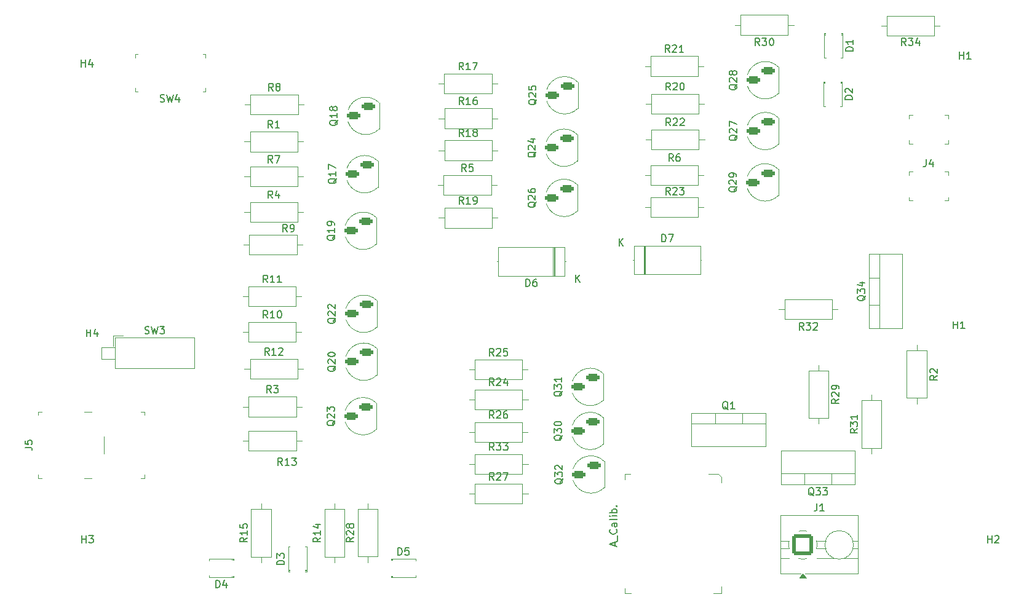
<source format=gto>
G04 #@! TF.GenerationSoftware,KiCad,Pcbnew,8.0.8*
G04 #@! TF.CreationDate,2025-08-18T09:18:49-04:00*
G04 #@! TF.ProjectId,multimeter,6d756c74-696d-4657-9465-722e6b696361,rev?*
G04 #@! TF.SameCoordinates,Original*
G04 #@! TF.FileFunction,Legend,Top*
G04 #@! TF.FilePolarity,Positive*
%FSLAX46Y46*%
G04 Gerber Fmt 4.6, Leading zero omitted, Abs format (unit mm)*
G04 Created by KiCad (PCBNEW 8.0.8) date 2025-08-18 09:18:49*
%MOMM*%
%LPD*%
G01*
G04 APERTURE LIST*
G04 Aperture macros list*
%AMRoundRect*
0 Rectangle with rounded corners*
0 $1 Rounding radius*
0 $2 $3 $4 $5 $6 $7 $8 $9 X,Y pos of 4 corners*
0 Add a 4 corners polygon primitive as box body*
4,1,4,$2,$3,$4,$5,$6,$7,$8,$9,$2,$3,0*
0 Add four circle primitives for the rounded corners*
1,1,$1+$1,$2,$3*
1,1,$1+$1,$4,$5*
1,1,$1+$1,$6,$7*
1,1,$1+$1,$8,$9*
0 Add four rect primitives between the rounded corners*
20,1,$1+$1,$2,$3,$4,$5,0*
20,1,$1+$1,$4,$5,$6,$7,0*
20,1,$1+$1,$6,$7,$8,$9,0*
20,1,$1+$1,$8,$9,$2,$3,0*%
G04 Aperture macros list end*
%ADD10C,0.150000*%
%ADD11C,0.100000*%
%ADD12C,0.120000*%
%ADD13C,3.200000*%
%ADD14R,2.000000X2.000000*%
%ADD15C,2.000000*%
%ADD16C,1.600000*%
%ADD17O,1.600000X1.600000*%
%ADD18R,1.800000X1.100000*%
%ADD19RoundRect,0.275000X0.625000X-0.275000X0.625000X0.275000X-0.625000X0.275000X-0.625000X-0.275000X0*%
%ADD20R,1.905000X2.000000*%
%ADD21O,1.905000X2.000000*%
%ADD22R,1.800000X1.800000*%
%ADD23C,1.800000*%
%ADD24C,2.082800*%
%ADD25RoundRect,0.250001X-1.149999X-1.149999X1.149999X-1.149999X1.149999X1.149999X-1.149999X1.149999X0*%
%ADD26C,2.800000*%
%ADD27R,2.800000X2.800000*%
%ADD28O,2.800000X2.800000*%
%ADD29R,2.800000X3.800000*%
%ADD30R,2.000000X1.905000*%
%ADD31O,2.000000X1.905000*%
%ADD32R,1.600000X1.600000*%
%ADD33R,2.000000X2.600000*%
%ADD34R,2.600000X2.000000*%
%ADD35C,2.500000*%
G04 APERTURE END LIST*
D10*
X13018095Y44540180D02*
X13018095Y45540180D01*
X13018095Y45063990D02*
X13589523Y45063990D01*
X13589523Y44540180D02*
X13589523Y45540180D01*
X14494285Y45206847D02*
X14494285Y44540180D01*
X14256190Y45587800D02*
X14018095Y44873514D01*
X14018095Y44873514D02*
X14637142Y44873514D01*
X133193095Y82740180D02*
X133193095Y83740180D01*
X133193095Y83263990D02*
X133764523Y83263990D01*
X133764523Y82740180D02*
X133764523Y83740180D01*
X134764523Y82740180D02*
X134193095Y82740180D01*
X134478809Y82740180D02*
X134478809Y83740180D01*
X134478809Y83740180D02*
X134383571Y83597323D01*
X134383571Y83597323D02*
X134288333Y83502085D01*
X134288333Y83502085D02*
X134193095Y83454466D01*
X23176667Y76907800D02*
X23319524Y76860180D01*
X23319524Y76860180D02*
X23557619Y76860180D01*
X23557619Y76860180D02*
X23652857Y76907800D01*
X23652857Y76907800D02*
X23700476Y76955419D01*
X23700476Y76955419D02*
X23748095Y77050657D01*
X23748095Y77050657D02*
X23748095Y77145895D01*
X23748095Y77145895D02*
X23700476Y77241133D01*
X23700476Y77241133D02*
X23652857Y77288752D01*
X23652857Y77288752D02*
X23557619Y77336371D01*
X23557619Y77336371D02*
X23367143Y77383990D01*
X23367143Y77383990D02*
X23271905Y77431609D01*
X23271905Y77431609D02*
X23224286Y77479228D01*
X23224286Y77479228D02*
X23176667Y77574466D01*
X23176667Y77574466D02*
X23176667Y77669704D01*
X23176667Y77669704D02*
X23224286Y77764942D01*
X23224286Y77764942D02*
X23271905Y77812561D01*
X23271905Y77812561D02*
X23367143Y77860180D01*
X23367143Y77860180D02*
X23605238Y77860180D01*
X23605238Y77860180D02*
X23748095Y77812561D01*
X24081429Y77860180D02*
X24319524Y76860180D01*
X24319524Y76860180D02*
X24510000Y77574466D01*
X24510000Y77574466D02*
X24700476Y76860180D01*
X24700476Y76860180D02*
X24938572Y77860180D01*
X25748095Y77526847D02*
X25748095Y76860180D01*
X25510000Y77907800D02*
X25271905Y77193514D01*
X25271905Y77193514D02*
X25890952Y77193514D01*
X12318095Y81690180D02*
X12318095Y82690180D01*
X12318095Y82213990D02*
X12889523Y82213990D01*
X12889523Y81690180D02*
X12889523Y82690180D01*
X13794285Y82356847D02*
X13794285Y81690180D01*
X13556190Y82737800D02*
X13318095Y82023514D01*
X13318095Y82023514D02*
X13937142Y82023514D01*
X111727142Y45450180D02*
X111393809Y45926371D01*
X111155714Y45450180D02*
X111155714Y46450180D01*
X111155714Y46450180D02*
X111536666Y46450180D01*
X111536666Y46450180D02*
X111631904Y46402561D01*
X111631904Y46402561D02*
X111679523Y46354942D01*
X111679523Y46354942D02*
X111727142Y46259704D01*
X111727142Y46259704D02*
X111727142Y46116847D01*
X111727142Y46116847D02*
X111679523Y46021609D01*
X111679523Y46021609D02*
X111631904Y45973990D01*
X111631904Y45973990D02*
X111536666Y45926371D01*
X111536666Y45926371D02*
X111155714Y45926371D01*
X112060476Y46450180D02*
X112679523Y46450180D01*
X112679523Y46450180D02*
X112346190Y46069228D01*
X112346190Y46069228D02*
X112489047Y46069228D01*
X112489047Y46069228D02*
X112584285Y46021609D01*
X112584285Y46021609D02*
X112631904Y45973990D01*
X112631904Y45973990D02*
X112679523Y45878752D01*
X112679523Y45878752D02*
X112679523Y45640657D01*
X112679523Y45640657D02*
X112631904Y45545419D01*
X112631904Y45545419D02*
X112584285Y45497800D01*
X112584285Y45497800D02*
X112489047Y45450180D01*
X112489047Y45450180D02*
X112203333Y45450180D01*
X112203333Y45450180D02*
X112108095Y45497800D01*
X112108095Y45497800D02*
X112060476Y45545419D01*
X113060476Y46354942D02*
X113108095Y46402561D01*
X113108095Y46402561D02*
X113203333Y46450180D01*
X113203333Y46450180D02*
X113441428Y46450180D01*
X113441428Y46450180D02*
X113536666Y46402561D01*
X113536666Y46402561D02*
X113584285Y46354942D01*
X113584285Y46354942D02*
X113631904Y46259704D01*
X113631904Y46259704D02*
X113631904Y46164466D01*
X113631904Y46164466D02*
X113584285Y46021609D01*
X113584285Y46021609D02*
X113012857Y45450180D01*
X113012857Y45450180D02*
X113631904Y45450180D01*
X65283333Y67290180D02*
X64950000Y67766371D01*
X64711905Y67290180D02*
X64711905Y68290180D01*
X64711905Y68290180D02*
X65092857Y68290180D01*
X65092857Y68290180D02*
X65188095Y68242561D01*
X65188095Y68242561D02*
X65235714Y68194942D01*
X65235714Y68194942D02*
X65283333Y68099704D01*
X65283333Y68099704D02*
X65283333Y67956847D01*
X65283333Y67956847D02*
X65235714Y67861609D01*
X65235714Y67861609D02*
X65188095Y67813990D01*
X65188095Y67813990D02*
X65092857Y67766371D01*
X65092857Y67766371D02*
X64711905Y67766371D01*
X66188095Y68290180D02*
X65711905Y68290180D01*
X65711905Y68290180D02*
X65664286Y67813990D01*
X65664286Y67813990D02*
X65711905Y67861609D01*
X65711905Y67861609D02*
X65807143Y67909228D01*
X65807143Y67909228D02*
X66045238Y67909228D01*
X66045238Y67909228D02*
X66140476Y67861609D01*
X66140476Y67861609D02*
X66188095Y67813990D01*
X66188095Y67813990D02*
X66235714Y67718752D01*
X66235714Y67718752D02*
X66235714Y67480657D01*
X66235714Y67480657D02*
X66188095Y67385419D01*
X66188095Y67385419D02*
X66140476Y67337800D01*
X66140476Y67337800D02*
X66045238Y67290180D01*
X66045238Y67290180D02*
X65807143Y67290180D01*
X65807143Y67290180D02*
X65711905Y67337800D01*
X65711905Y67337800D02*
X65664286Y67385419D01*
X78500057Y30973571D02*
X78452438Y30878333D01*
X78452438Y30878333D02*
X78357200Y30783095D01*
X78357200Y30783095D02*
X78214342Y30640238D01*
X78214342Y30640238D02*
X78166723Y30545000D01*
X78166723Y30545000D02*
X78166723Y30449762D01*
X78404819Y30497381D02*
X78357200Y30402143D01*
X78357200Y30402143D02*
X78261961Y30306905D01*
X78261961Y30306905D02*
X78071485Y30259286D01*
X78071485Y30259286D02*
X77738152Y30259286D01*
X77738152Y30259286D02*
X77547676Y30306905D01*
X77547676Y30306905D02*
X77452438Y30402143D01*
X77452438Y30402143D02*
X77404819Y30497381D01*
X77404819Y30497381D02*
X77404819Y30687857D01*
X77404819Y30687857D02*
X77452438Y30783095D01*
X77452438Y30783095D02*
X77547676Y30878333D01*
X77547676Y30878333D02*
X77738152Y30925952D01*
X77738152Y30925952D02*
X78071485Y30925952D01*
X78071485Y30925952D02*
X78261961Y30878333D01*
X78261961Y30878333D02*
X78357200Y30783095D01*
X78357200Y30783095D02*
X78404819Y30687857D01*
X78404819Y30687857D02*
X78404819Y30497381D01*
X77404819Y31259286D02*
X77404819Y31878333D01*
X77404819Y31878333D02*
X77785771Y31545000D01*
X77785771Y31545000D02*
X77785771Y31687857D01*
X77785771Y31687857D02*
X77833390Y31783095D01*
X77833390Y31783095D02*
X77881009Y31830714D01*
X77881009Y31830714D02*
X77976247Y31878333D01*
X77976247Y31878333D02*
X78214342Y31878333D01*
X78214342Y31878333D02*
X78309580Y31830714D01*
X78309580Y31830714D02*
X78357200Y31783095D01*
X78357200Y31783095D02*
X78404819Y31687857D01*
X78404819Y31687857D02*
X78404819Y31402143D01*
X78404819Y31402143D02*
X78357200Y31306905D01*
X78357200Y31306905D02*
X78309580Y31259286D01*
X77404819Y32497381D02*
X77404819Y32592619D01*
X77404819Y32592619D02*
X77452438Y32687857D01*
X77452438Y32687857D02*
X77500057Y32735476D01*
X77500057Y32735476D02*
X77595295Y32783095D01*
X77595295Y32783095D02*
X77785771Y32830714D01*
X77785771Y32830714D02*
X78023866Y32830714D01*
X78023866Y32830714D02*
X78214342Y32783095D01*
X78214342Y32783095D02*
X78309580Y32735476D01*
X78309580Y32735476D02*
X78357200Y32687857D01*
X78357200Y32687857D02*
X78404819Y32592619D01*
X78404819Y32592619D02*
X78404819Y32497381D01*
X78404819Y32497381D02*
X78357200Y32402143D01*
X78357200Y32402143D02*
X78309580Y32354524D01*
X78309580Y32354524D02*
X78214342Y32306905D01*
X78214342Y32306905D02*
X78023866Y32259286D01*
X78023866Y32259286D02*
X77785771Y32259286D01*
X77785771Y32259286D02*
X77595295Y32306905D01*
X77595295Y32306905D02*
X77500057Y32354524D01*
X77500057Y32354524D02*
X77452438Y32402143D01*
X77452438Y32402143D02*
X77404819Y32497381D01*
X101334761Y34469942D02*
X101239523Y34517561D01*
X101239523Y34517561D02*
X101144285Y34612800D01*
X101144285Y34612800D02*
X101001428Y34755657D01*
X101001428Y34755657D02*
X100906190Y34803276D01*
X100906190Y34803276D02*
X100810952Y34803276D01*
X100858571Y34565180D02*
X100763333Y34612800D01*
X100763333Y34612800D02*
X100668095Y34708038D01*
X100668095Y34708038D02*
X100620476Y34898514D01*
X100620476Y34898514D02*
X100620476Y35231847D01*
X100620476Y35231847D02*
X100668095Y35422323D01*
X100668095Y35422323D02*
X100763333Y35517561D01*
X100763333Y35517561D02*
X100858571Y35565180D01*
X100858571Y35565180D02*
X101049047Y35565180D01*
X101049047Y35565180D02*
X101144285Y35517561D01*
X101144285Y35517561D02*
X101239523Y35422323D01*
X101239523Y35422323D02*
X101287142Y35231847D01*
X101287142Y35231847D02*
X101287142Y34898514D01*
X101287142Y34898514D02*
X101239523Y34708038D01*
X101239523Y34708038D02*
X101144285Y34612800D01*
X101144285Y34612800D02*
X101049047Y34565180D01*
X101049047Y34565180D02*
X100858571Y34565180D01*
X102239523Y34565180D02*
X101668095Y34565180D01*
X101953809Y34565180D02*
X101953809Y35565180D01*
X101953809Y35565180D02*
X101858571Y35422323D01*
X101858571Y35422323D02*
X101763333Y35327085D01*
X101763333Y35327085D02*
X101668095Y35279466D01*
X40244819Y13136905D02*
X39244819Y13136905D01*
X39244819Y13136905D02*
X39244819Y13375000D01*
X39244819Y13375000D02*
X39292438Y13517857D01*
X39292438Y13517857D02*
X39387676Y13613095D01*
X39387676Y13613095D02*
X39482914Y13660714D01*
X39482914Y13660714D02*
X39673390Y13708333D01*
X39673390Y13708333D02*
X39816247Y13708333D01*
X39816247Y13708333D02*
X40006723Y13660714D01*
X40006723Y13660714D02*
X40101961Y13613095D01*
X40101961Y13613095D02*
X40197200Y13517857D01*
X40197200Y13517857D02*
X40244819Y13375000D01*
X40244819Y13375000D02*
X40244819Y13136905D01*
X39244819Y14041667D02*
X39244819Y14660714D01*
X39244819Y14660714D02*
X39625771Y14327381D01*
X39625771Y14327381D02*
X39625771Y14470238D01*
X39625771Y14470238D02*
X39673390Y14565476D01*
X39673390Y14565476D02*
X39721009Y14613095D01*
X39721009Y14613095D02*
X39816247Y14660714D01*
X39816247Y14660714D02*
X40054342Y14660714D01*
X40054342Y14660714D02*
X40149580Y14613095D01*
X40149580Y14613095D02*
X40197200Y14565476D01*
X40197200Y14565476D02*
X40244819Y14470238D01*
X40244819Y14470238D02*
X40244819Y14184524D01*
X40244819Y14184524D02*
X40197200Y14089286D01*
X40197200Y14089286D02*
X40149580Y14041667D01*
X37947142Y47090180D02*
X37613809Y47566371D01*
X37375714Y47090180D02*
X37375714Y48090180D01*
X37375714Y48090180D02*
X37756666Y48090180D01*
X37756666Y48090180D02*
X37851904Y48042561D01*
X37851904Y48042561D02*
X37899523Y47994942D01*
X37899523Y47994942D02*
X37947142Y47899704D01*
X37947142Y47899704D02*
X37947142Y47756847D01*
X37947142Y47756847D02*
X37899523Y47661609D01*
X37899523Y47661609D02*
X37851904Y47613990D01*
X37851904Y47613990D02*
X37756666Y47566371D01*
X37756666Y47566371D02*
X37375714Y47566371D01*
X38899523Y47090180D02*
X38328095Y47090180D01*
X38613809Y47090180D02*
X38613809Y48090180D01*
X38613809Y48090180D02*
X38518571Y47947323D01*
X38518571Y47947323D02*
X38423333Y47852085D01*
X38423333Y47852085D02*
X38328095Y47804466D01*
X39518571Y48090180D02*
X39613809Y48090180D01*
X39613809Y48090180D02*
X39709047Y48042561D01*
X39709047Y48042561D02*
X39756666Y47994942D01*
X39756666Y47994942D02*
X39804285Y47899704D01*
X39804285Y47899704D02*
X39851904Y47709228D01*
X39851904Y47709228D02*
X39851904Y47471133D01*
X39851904Y47471133D02*
X39804285Y47280657D01*
X39804285Y47280657D02*
X39756666Y47185419D01*
X39756666Y47185419D02*
X39709047Y47137800D01*
X39709047Y47137800D02*
X39613809Y47090180D01*
X39613809Y47090180D02*
X39518571Y47090180D01*
X39518571Y47090180D02*
X39423333Y47137800D01*
X39423333Y47137800D02*
X39375714Y47185419D01*
X39375714Y47185419D02*
X39328095Y47280657D01*
X39328095Y47280657D02*
X39280476Y47471133D01*
X39280476Y47471133D02*
X39280476Y47709228D01*
X39280476Y47709228D02*
X39328095Y47899704D01*
X39328095Y47899704D02*
X39375714Y47994942D01*
X39375714Y47994942D02*
X39423333Y48042561D01*
X39423333Y48042561D02*
X39518571Y48090180D01*
X78500057Y37033571D02*
X78452438Y36938333D01*
X78452438Y36938333D02*
X78357200Y36843095D01*
X78357200Y36843095D02*
X78214342Y36700238D01*
X78214342Y36700238D02*
X78166723Y36605000D01*
X78166723Y36605000D02*
X78166723Y36509762D01*
X78404819Y36557381D02*
X78357200Y36462143D01*
X78357200Y36462143D02*
X78261961Y36366905D01*
X78261961Y36366905D02*
X78071485Y36319286D01*
X78071485Y36319286D02*
X77738152Y36319286D01*
X77738152Y36319286D02*
X77547676Y36366905D01*
X77547676Y36366905D02*
X77452438Y36462143D01*
X77452438Y36462143D02*
X77404819Y36557381D01*
X77404819Y36557381D02*
X77404819Y36747857D01*
X77404819Y36747857D02*
X77452438Y36843095D01*
X77452438Y36843095D02*
X77547676Y36938333D01*
X77547676Y36938333D02*
X77738152Y36985952D01*
X77738152Y36985952D02*
X78071485Y36985952D01*
X78071485Y36985952D02*
X78261961Y36938333D01*
X78261961Y36938333D02*
X78357200Y36843095D01*
X78357200Y36843095D02*
X78404819Y36747857D01*
X78404819Y36747857D02*
X78404819Y36557381D01*
X77404819Y37319286D02*
X77404819Y37938333D01*
X77404819Y37938333D02*
X77785771Y37605000D01*
X77785771Y37605000D02*
X77785771Y37747857D01*
X77785771Y37747857D02*
X77833390Y37843095D01*
X77833390Y37843095D02*
X77881009Y37890714D01*
X77881009Y37890714D02*
X77976247Y37938333D01*
X77976247Y37938333D02*
X78214342Y37938333D01*
X78214342Y37938333D02*
X78309580Y37890714D01*
X78309580Y37890714D02*
X78357200Y37843095D01*
X78357200Y37843095D02*
X78404819Y37747857D01*
X78404819Y37747857D02*
X78404819Y37462143D01*
X78404819Y37462143D02*
X78357200Y37366905D01*
X78357200Y37366905D02*
X78309580Y37319286D01*
X78404819Y38890714D02*
X78404819Y38319286D01*
X78404819Y38605000D02*
X77404819Y38605000D01*
X77404819Y38605000D02*
X77547676Y38509762D01*
X77547676Y38509762D02*
X77642914Y38414524D01*
X77642914Y38414524D02*
X77690533Y38319286D01*
X74970057Y77203571D02*
X74922438Y77108333D01*
X74922438Y77108333D02*
X74827200Y77013095D01*
X74827200Y77013095D02*
X74684342Y76870238D01*
X74684342Y76870238D02*
X74636723Y76775000D01*
X74636723Y76775000D02*
X74636723Y76679762D01*
X74874819Y76727381D02*
X74827200Y76632143D01*
X74827200Y76632143D02*
X74731961Y76536905D01*
X74731961Y76536905D02*
X74541485Y76489286D01*
X74541485Y76489286D02*
X74208152Y76489286D01*
X74208152Y76489286D02*
X74017676Y76536905D01*
X74017676Y76536905D02*
X73922438Y76632143D01*
X73922438Y76632143D02*
X73874819Y76727381D01*
X73874819Y76727381D02*
X73874819Y76917857D01*
X73874819Y76917857D02*
X73922438Y77013095D01*
X73922438Y77013095D02*
X74017676Y77108333D01*
X74017676Y77108333D02*
X74208152Y77155952D01*
X74208152Y77155952D02*
X74541485Y77155952D01*
X74541485Y77155952D02*
X74731961Y77108333D01*
X74731961Y77108333D02*
X74827200Y77013095D01*
X74827200Y77013095D02*
X74874819Y76917857D01*
X74874819Y76917857D02*
X74874819Y76727381D01*
X73970057Y77536905D02*
X73922438Y77584524D01*
X73922438Y77584524D02*
X73874819Y77679762D01*
X73874819Y77679762D02*
X73874819Y77917857D01*
X73874819Y77917857D02*
X73922438Y78013095D01*
X73922438Y78013095D02*
X73970057Y78060714D01*
X73970057Y78060714D02*
X74065295Y78108333D01*
X74065295Y78108333D02*
X74160533Y78108333D01*
X74160533Y78108333D02*
X74303390Y78060714D01*
X74303390Y78060714D02*
X74874819Y77489286D01*
X74874819Y77489286D02*
X74874819Y78108333D01*
X73874819Y79013095D02*
X73874819Y78536905D01*
X73874819Y78536905D02*
X74351009Y78489286D01*
X74351009Y78489286D02*
X74303390Y78536905D01*
X74303390Y78536905D02*
X74255771Y78632143D01*
X74255771Y78632143D02*
X74255771Y78870238D01*
X74255771Y78870238D02*
X74303390Y78965476D01*
X74303390Y78965476D02*
X74351009Y79013095D01*
X74351009Y79013095D02*
X74446247Y79060714D01*
X74446247Y79060714D02*
X74684342Y79060714D01*
X74684342Y79060714D02*
X74779580Y79013095D01*
X74779580Y79013095D02*
X74827200Y78965476D01*
X74827200Y78965476D02*
X74874819Y78870238D01*
X74874819Y78870238D02*
X74874819Y78632143D01*
X74874819Y78632143D02*
X74827200Y78536905D01*
X74827200Y78536905D02*
X74779580Y78489286D01*
X93783333Y68690180D02*
X93450000Y69166371D01*
X93211905Y68690180D02*
X93211905Y69690180D01*
X93211905Y69690180D02*
X93592857Y69690180D01*
X93592857Y69690180D02*
X93688095Y69642561D01*
X93688095Y69642561D02*
X93735714Y69594942D01*
X93735714Y69594942D02*
X93783333Y69499704D01*
X93783333Y69499704D02*
X93783333Y69356847D01*
X93783333Y69356847D02*
X93735714Y69261609D01*
X93735714Y69261609D02*
X93688095Y69213990D01*
X93688095Y69213990D02*
X93592857Y69166371D01*
X93592857Y69166371D02*
X93211905Y69166371D01*
X94640476Y69690180D02*
X94450000Y69690180D01*
X94450000Y69690180D02*
X94354762Y69642561D01*
X94354762Y69642561D02*
X94307143Y69594942D01*
X94307143Y69594942D02*
X94211905Y69452085D01*
X94211905Y69452085D02*
X94164286Y69261609D01*
X94164286Y69261609D02*
X94164286Y68880657D01*
X94164286Y68880657D02*
X94211905Y68785419D01*
X94211905Y68785419D02*
X94259524Y68737800D01*
X94259524Y68737800D02*
X94354762Y68690180D01*
X94354762Y68690180D02*
X94545238Y68690180D01*
X94545238Y68690180D02*
X94640476Y68737800D01*
X94640476Y68737800D02*
X94688095Y68785419D01*
X94688095Y68785419D02*
X94735714Y68880657D01*
X94735714Y68880657D02*
X94735714Y69118752D01*
X94735714Y69118752D02*
X94688095Y69213990D01*
X94688095Y69213990D02*
X94640476Y69261609D01*
X94640476Y69261609D02*
X94545238Y69309228D01*
X94545238Y69309228D02*
X94354762Y69309228D01*
X94354762Y69309228D02*
X94259524Y69261609D01*
X94259524Y69261609D02*
X94211905Y69213990D01*
X94211905Y69213990D02*
X94164286Y69118752D01*
X105687142Y84620180D02*
X105353809Y85096371D01*
X105115714Y84620180D02*
X105115714Y85620180D01*
X105115714Y85620180D02*
X105496666Y85620180D01*
X105496666Y85620180D02*
X105591904Y85572561D01*
X105591904Y85572561D02*
X105639523Y85524942D01*
X105639523Y85524942D02*
X105687142Y85429704D01*
X105687142Y85429704D02*
X105687142Y85286847D01*
X105687142Y85286847D02*
X105639523Y85191609D01*
X105639523Y85191609D02*
X105591904Y85143990D01*
X105591904Y85143990D02*
X105496666Y85096371D01*
X105496666Y85096371D02*
X105115714Y85096371D01*
X106020476Y85620180D02*
X106639523Y85620180D01*
X106639523Y85620180D02*
X106306190Y85239228D01*
X106306190Y85239228D02*
X106449047Y85239228D01*
X106449047Y85239228D02*
X106544285Y85191609D01*
X106544285Y85191609D02*
X106591904Y85143990D01*
X106591904Y85143990D02*
X106639523Y85048752D01*
X106639523Y85048752D02*
X106639523Y84810657D01*
X106639523Y84810657D02*
X106591904Y84715419D01*
X106591904Y84715419D02*
X106544285Y84667800D01*
X106544285Y84667800D02*
X106449047Y84620180D01*
X106449047Y84620180D02*
X106163333Y84620180D01*
X106163333Y84620180D02*
X106068095Y84667800D01*
X106068095Y84667800D02*
X106020476Y84715419D01*
X107258571Y85620180D02*
X107353809Y85620180D01*
X107353809Y85620180D02*
X107449047Y85572561D01*
X107449047Y85572561D02*
X107496666Y85524942D01*
X107496666Y85524942D02*
X107544285Y85429704D01*
X107544285Y85429704D02*
X107591904Y85239228D01*
X107591904Y85239228D02*
X107591904Y85001133D01*
X107591904Y85001133D02*
X107544285Y84810657D01*
X107544285Y84810657D02*
X107496666Y84715419D01*
X107496666Y84715419D02*
X107449047Y84667800D01*
X107449047Y84667800D02*
X107353809Y84620180D01*
X107353809Y84620180D02*
X107258571Y84620180D01*
X107258571Y84620180D02*
X107163333Y84667800D01*
X107163333Y84667800D02*
X107115714Y84715419D01*
X107115714Y84715419D02*
X107068095Y84810657D01*
X107068095Y84810657D02*
X107020476Y85001133D01*
X107020476Y85001133D02*
X107020476Y85239228D01*
X107020476Y85239228D02*
X107068095Y85429704D01*
X107068095Y85429704D02*
X107115714Y85524942D01*
X107115714Y85524942D02*
X107163333Y85572561D01*
X107163333Y85572561D02*
X107258571Y85620180D01*
X113546666Y21510180D02*
X113546666Y20795895D01*
X113546666Y20795895D02*
X113499047Y20653038D01*
X113499047Y20653038D02*
X113403809Y20557800D01*
X113403809Y20557800D02*
X113260952Y20510180D01*
X113260952Y20510180D02*
X113165714Y20510180D01*
X114546666Y20510180D02*
X113975238Y20510180D01*
X114260952Y20510180D02*
X114260952Y21510180D01*
X114260952Y21510180D02*
X114165714Y21367323D01*
X114165714Y21367323D02*
X114070476Y21272085D01*
X114070476Y21272085D02*
X113975238Y21224466D01*
X130134819Y39168333D02*
X129658628Y38835000D01*
X130134819Y38596905D02*
X129134819Y38596905D01*
X129134819Y38596905D02*
X129134819Y38977857D01*
X129134819Y38977857D02*
X129182438Y39073095D01*
X129182438Y39073095D02*
X129230057Y39120714D01*
X129230057Y39120714D02*
X129325295Y39168333D01*
X129325295Y39168333D02*
X129468152Y39168333D01*
X129468152Y39168333D02*
X129563390Y39120714D01*
X129563390Y39120714D02*
X129611009Y39073095D01*
X129611009Y39073095D02*
X129658628Y38977857D01*
X129658628Y38977857D02*
X129658628Y38596905D01*
X129230057Y39549286D02*
X129182438Y39596905D01*
X129182438Y39596905D02*
X129134819Y39692143D01*
X129134819Y39692143D02*
X129134819Y39930238D01*
X129134819Y39930238D02*
X129182438Y40025476D01*
X129182438Y40025476D02*
X129230057Y40073095D01*
X129230057Y40073095D02*
X129325295Y40120714D01*
X129325295Y40120714D02*
X129420533Y40120714D01*
X129420533Y40120714D02*
X129563390Y40073095D01*
X129563390Y40073095D02*
X130134819Y39501667D01*
X130134819Y39501667D02*
X130134819Y40120714D01*
X102570057Y65203571D02*
X102522438Y65108333D01*
X102522438Y65108333D02*
X102427200Y65013095D01*
X102427200Y65013095D02*
X102284342Y64870238D01*
X102284342Y64870238D02*
X102236723Y64775000D01*
X102236723Y64775000D02*
X102236723Y64679762D01*
X102474819Y64727381D02*
X102427200Y64632143D01*
X102427200Y64632143D02*
X102331961Y64536905D01*
X102331961Y64536905D02*
X102141485Y64489286D01*
X102141485Y64489286D02*
X101808152Y64489286D01*
X101808152Y64489286D02*
X101617676Y64536905D01*
X101617676Y64536905D02*
X101522438Y64632143D01*
X101522438Y64632143D02*
X101474819Y64727381D01*
X101474819Y64727381D02*
X101474819Y64917857D01*
X101474819Y64917857D02*
X101522438Y65013095D01*
X101522438Y65013095D02*
X101617676Y65108333D01*
X101617676Y65108333D02*
X101808152Y65155952D01*
X101808152Y65155952D02*
X102141485Y65155952D01*
X102141485Y65155952D02*
X102331961Y65108333D01*
X102331961Y65108333D02*
X102427200Y65013095D01*
X102427200Y65013095D02*
X102474819Y64917857D01*
X102474819Y64917857D02*
X102474819Y64727381D01*
X101570057Y65536905D02*
X101522438Y65584524D01*
X101522438Y65584524D02*
X101474819Y65679762D01*
X101474819Y65679762D02*
X101474819Y65917857D01*
X101474819Y65917857D02*
X101522438Y66013095D01*
X101522438Y66013095D02*
X101570057Y66060714D01*
X101570057Y66060714D02*
X101665295Y66108333D01*
X101665295Y66108333D02*
X101760533Y66108333D01*
X101760533Y66108333D02*
X101903390Y66060714D01*
X101903390Y66060714D02*
X102474819Y65489286D01*
X102474819Y65489286D02*
X102474819Y66108333D01*
X102474819Y66584524D02*
X102474819Y66775000D01*
X102474819Y66775000D02*
X102427200Y66870238D01*
X102427200Y66870238D02*
X102379580Y66917857D01*
X102379580Y66917857D02*
X102236723Y67013095D01*
X102236723Y67013095D02*
X102046247Y67060714D01*
X102046247Y67060714D02*
X101665295Y67060714D01*
X101665295Y67060714D02*
X101570057Y67013095D01*
X101570057Y67013095D02*
X101522438Y66965476D01*
X101522438Y66965476D02*
X101474819Y66870238D01*
X101474819Y66870238D02*
X101474819Y66679762D01*
X101474819Y66679762D02*
X101522438Y66584524D01*
X101522438Y66584524D02*
X101570057Y66536905D01*
X101570057Y66536905D02*
X101665295Y66489286D01*
X101665295Y66489286D02*
X101903390Y66489286D01*
X101903390Y66489286D02*
X101998628Y66536905D01*
X101998628Y66536905D02*
X102046247Y66584524D01*
X102046247Y66584524D02*
X102093866Y66679762D01*
X102093866Y66679762D02*
X102093866Y66870238D01*
X102093866Y66870238D02*
X102046247Y66965476D01*
X102046247Y66965476D02*
X101998628Y67013095D01*
X101998628Y67013095D02*
X101903390Y67060714D01*
X47330057Y40503571D02*
X47282438Y40408333D01*
X47282438Y40408333D02*
X47187200Y40313095D01*
X47187200Y40313095D02*
X47044342Y40170238D01*
X47044342Y40170238D02*
X46996723Y40075000D01*
X46996723Y40075000D02*
X46996723Y39979762D01*
X47234819Y40027381D02*
X47187200Y39932143D01*
X47187200Y39932143D02*
X47091961Y39836905D01*
X47091961Y39836905D02*
X46901485Y39789286D01*
X46901485Y39789286D02*
X46568152Y39789286D01*
X46568152Y39789286D02*
X46377676Y39836905D01*
X46377676Y39836905D02*
X46282438Y39932143D01*
X46282438Y39932143D02*
X46234819Y40027381D01*
X46234819Y40027381D02*
X46234819Y40217857D01*
X46234819Y40217857D02*
X46282438Y40313095D01*
X46282438Y40313095D02*
X46377676Y40408333D01*
X46377676Y40408333D02*
X46568152Y40455952D01*
X46568152Y40455952D02*
X46901485Y40455952D01*
X46901485Y40455952D02*
X47091961Y40408333D01*
X47091961Y40408333D02*
X47187200Y40313095D01*
X47187200Y40313095D02*
X47234819Y40217857D01*
X47234819Y40217857D02*
X47234819Y40027381D01*
X46330057Y40836905D02*
X46282438Y40884524D01*
X46282438Y40884524D02*
X46234819Y40979762D01*
X46234819Y40979762D02*
X46234819Y41217857D01*
X46234819Y41217857D02*
X46282438Y41313095D01*
X46282438Y41313095D02*
X46330057Y41360714D01*
X46330057Y41360714D02*
X46425295Y41408333D01*
X46425295Y41408333D02*
X46520533Y41408333D01*
X46520533Y41408333D02*
X46663390Y41360714D01*
X46663390Y41360714D02*
X47234819Y40789286D01*
X47234819Y40789286D02*
X47234819Y41408333D01*
X46234819Y42027381D02*
X46234819Y42122619D01*
X46234819Y42122619D02*
X46282438Y42217857D01*
X46282438Y42217857D02*
X46330057Y42265476D01*
X46330057Y42265476D02*
X46425295Y42313095D01*
X46425295Y42313095D02*
X46615771Y42360714D01*
X46615771Y42360714D02*
X46853866Y42360714D01*
X46853866Y42360714D02*
X47044342Y42313095D01*
X47044342Y42313095D02*
X47139580Y42265476D01*
X47139580Y42265476D02*
X47187200Y42217857D01*
X47187200Y42217857D02*
X47234819Y42122619D01*
X47234819Y42122619D02*
X47234819Y42027381D01*
X47234819Y42027381D02*
X47187200Y41932143D01*
X47187200Y41932143D02*
X47139580Y41884524D01*
X47139580Y41884524D02*
X47044342Y41836905D01*
X47044342Y41836905D02*
X46853866Y41789286D01*
X46853866Y41789286D02*
X46615771Y41789286D01*
X46615771Y41789286D02*
X46425295Y41836905D01*
X46425295Y41836905D02*
X46330057Y41884524D01*
X46330057Y41884524D02*
X46282438Y41932143D01*
X46282438Y41932143D02*
X46234819Y42027381D01*
X102600057Y79273571D02*
X102552438Y79178333D01*
X102552438Y79178333D02*
X102457200Y79083095D01*
X102457200Y79083095D02*
X102314342Y78940238D01*
X102314342Y78940238D02*
X102266723Y78845000D01*
X102266723Y78845000D02*
X102266723Y78749762D01*
X102504819Y78797381D02*
X102457200Y78702143D01*
X102457200Y78702143D02*
X102361961Y78606905D01*
X102361961Y78606905D02*
X102171485Y78559286D01*
X102171485Y78559286D02*
X101838152Y78559286D01*
X101838152Y78559286D02*
X101647676Y78606905D01*
X101647676Y78606905D02*
X101552438Y78702143D01*
X101552438Y78702143D02*
X101504819Y78797381D01*
X101504819Y78797381D02*
X101504819Y78987857D01*
X101504819Y78987857D02*
X101552438Y79083095D01*
X101552438Y79083095D02*
X101647676Y79178333D01*
X101647676Y79178333D02*
X101838152Y79225952D01*
X101838152Y79225952D02*
X102171485Y79225952D01*
X102171485Y79225952D02*
X102361961Y79178333D01*
X102361961Y79178333D02*
X102457200Y79083095D01*
X102457200Y79083095D02*
X102504819Y78987857D01*
X102504819Y78987857D02*
X102504819Y78797381D01*
X101600057Y79606905D02*
X101552438Y79654524D01*
X101552438Y79654524D02*
X101504819Y79749762D01*
X101504819Y79749762D02*
X101504819Y79987857D01*
X101504819Y79987857D02*
X101552438Y80083095D01*
X101552438Y80083095D02*
X101600057Y80130714D01*
X101600057Y80130714D02*
X101695295Y80178333D01*
X101695295Y80178333D02*
X101790533Y80178333D01*
X101790533Y80178333D02*
X101933390Y80130714D01*
X101933390Y80130714D02*
X102504819Y79559286D01*
X102504819Y79559286D02*
X102504819Y80178333D01*
X101933390Y80749762D02*
X101885771Y80654524D01*
X101885771Y80654524D02*
X101838152Y80606905D01*
X101838152Y80606905D02*
X101742914Y80559286D01*
X101742914Y80559286D02*
X101695295Y80559286D01*
X101695295Y80559286D02*
X101600057Y80606905D01*
X101600057Y80606905D02*
X101552438Y80654524D01*
X101552438Y80654524D02*
X101504819Y80749762D01*
X101504819Y80749762D02*
X101504819Y80940238D01*
X101504819Y80940238D02*
X101552438Y81035476D01*
X101552438Y81035476D02*
X101600057Y81083095D01*
X101600057Y81083095D02*
X101695295Y81130714D01*
X101695295Y81130714D02*
X101742914Y81130714D01*
X101742914Y81130714D02*
X101838152Y81083095D01*
X101838152Y81083095D02*
X101885771Y81035476D01*
X101885771Y81035476D02*
X101933390Y80940238D01*
X101933390Y80940238D02*
X101933390Y80749762D01*
X101933390Y80749762D02*
X101981009Y80654524D01*
X101981009Y80654524D02*
X102028628Y80606905D01*
X102028628Y80606905D02*
X102123866Y80559286D01*
X102123866Y80559286D02*
X102314342Y80559286D01*
X102314342Y80559286D02*
X102409580Y80606905D01*
X102409580Y80606905D02*
X102457200Y80654524D01*
X102457200Y80654524D02*
X102504819Y80749762D01*
X102504819Y80749762D02*
X102504819Y80940238D01*
X102504819Y80940238D02*
X102457200Y81035476D01*
X102457200Y81035476D02*
X102409580Y81083095D01*
X102409580Y81083095D02*
X102314342Y81130714D01*
X102314342Y81130714D02*
X102123866Y81130714D01*
X102123866Y81130714D02*
X102028628Y81083095D01*
X102028628Y81083095D02*
X101981009Y81035476D01*
X101981009Y81035476D02*
X101933390Y80940238D01*
X69087142Y41890180D02*
X68753809Y42366371D01*
X68515714Y41890180D02*
X68515714Y42890180D01*
X68515714Y42890180D02*
X68896666Y42890180D01*
X68896666Y42890180D02*
X68991904Y42842561D01*
X68991904Y42842561D02*
X69039523Y42794942D01*
X69039523Y42794942D02*
X69087142Y42699704D01*
X69087142Y42699704D02*
X69087142Y42556847D01*
X69087142Y42556847D02*
X69039523Y42461609D01*
X69039523Y42461609D02*
X68991904Y42413990D01*
X68991904Y42413990D02*
X68896666Y42366371D01*
X68896666Y42366371D02*
X68515714Y42366371D01*
X69468095Y42794942D02*
X69515714Y42842561D01*
X69515714Y42842561D02*
X69610952Y42890180D01*
X69610952Y42890180D02*
X69849047Y42890180D01*
X69849047Y42890180D02*
X69944285Y42842561D01*
X69944285Y42842561D02*
X69991904Y42794942D01*
X69991904Y42794942D02*
X70039523Y42699704D01*
X70039523Y42699704D02*
X70039523Y42604466D01*
X70039523Y42604466D02*
X69991904Y42461609D01*
X69991904Y42461609D02*
X69420476Y41890180D01*
X69420476Y41890180D02*
X70039523Y41890180D01*
X70944285Y42890180D02*
X70468095Y42890180D01*
X70468095Y42890180D02*
X70420476Y42413990D01*
X70420476Y42413990D02*
X70468095Y42461609D01*
X70468095Y42461609D02*
X70563333Y42509228D01*
X70563333Y42509228D02*
X70801428Y42509228D01*
X70801428Y42509228D02*
X70896666Y42461609D01*
X70896666Y42461609D02*
X70944285Y42413990D01*
X70944285Y42413990D02*
X70991904Y42318752D01*
X70991904Y42318752D02*
X70991904Y42080657D01*
X70991904Y42080657D02*
X70944285Y41985419D01*
X70944285Y41985419D02*
X70896666Y41937800D01*
X70896666Y41937800D02*
X70801428Y41890180D01*
X70801428Y41890180D02*
X70563333Y41890180D01*
X70563333Y41890180D02*
X70468095Y41937800D01*
X70468095Y41937800D02*
X70420476Y41985419D01*
X45234819Y16832142D02*
X44758628Y16498809D01*
X45234819Y16260714D02*
X44234819Y16260714D01*
X44234819Y16260714D02*
X44234819Y16641666D01*
X44234819Y16641666D02*
X44282438Y16736904D01*
X44282438Y16736904D02*
X44330057Y16784523D01*
X44330057Y16784523D02*
X44425295Y16832142D01*
X44425295Y16832142D02*
X44568152Y16832142D01*
X44568152Y16832142D02*
X44663390Y16784523D01*
X44663390Y16784523D02*
X44711009Y16736904D01*
X44711009Y16736904D02*
X44758628Y16641666D01*
X44758628Y16641666D02*
X44758628Y16260714D01*
X45234819Y17784523D02*
X45234819Y17213095D01*
X45234819Y17498809D02*
X44234819Y17498809D01*
X44234819Y17498809D02*
X44377676Y17403571D01*
X44377676Y17403571D02*
X44472914Y17308333D01*
X44472914Y17308333D02*
X44520533Y17213095D01*
X44568152Y18641666D02*
X45234819Y18641666D01*
X44187200Y18403571D02*
X44901485Y18165476D01*
X44901485Y18165476D02*
X44901485Y18784523D01*
X55891905Y14450180D02*
X55891905Y15450180D01*
X55891905Y15450180D02*
X56130000Y15450180D01*
X56130000Y15450180D02*
X56272857Y15402561D01*
X56272857Y15402561D02*
X56368095Y15307323D01*
X56368095Y15307323D02*
X56415714Y15212085D01*
X56415714Y15212085D02*
X56463333Y15021609D01*
X56463333Y15021609D02*
X56463333Y14878752D01*
X56463333Y14878752D02*
X56415714Y14688276D01*
X56415714Y14688276D02*
X56368095Y14593038D01*
X56368095Y14593038D02*
X56272857Y14497800D01*
X56272857Y14497800D02*
X56130000Y14450180D01*
X56130000Y14450180D02*
X55891905Y14450180D01*
X57368095Y15450180D02*
X56891905Y15450180D01*
X56891905Y15450180D02*
X56844286Y14973990D01*
X56844286Y14973990D02*
X56891905Y15021609D01*
X56891905Y15021609D02*
X56987143Y15069228D01*
X56987143Y15069228D02*
X57225238Y15069228D01*
X57225238Y15069228D02*
X57320476Y15021609D01*
X57320476Y15021609D02*
X57368095Y14973990D01*
X57368095Y14973990D02*
X57415714Y14878752D01*
X57415714Y14878752D02*
X57415714Y14640657D01*
X57415714Y14640657D02*
X57368095Y14545419D01*
X57368095Y14545419D02*
X57320476Y14497800D01*
X57320476Y14497800D02*
X57225238Y14450180D01*
X57225238Y14450180D02*
X56987143Y14450180D01*
X56987143Y14450180D02*
X56891905Y14497800D01*
X56891905Y14497800D02*
X56844286Y14545419D01*
X73511905Y51450180D02*
X73511905Y52450180D01*
X73511905Y52450180D02*
X73750000Y52450180D01*
X73750000Y52450180D02*
X73892857Y52402561D01*
X73892857Y52402561D02*
X73988095Y52307323D01*
X73988095Y52307323D02*
X74035714Y52212085D01*
X74035714Y52212085D02*
X74083333Y52021609D01*
X74083333Y52021609D02*
X74083333Y51878752D01*
X74083333Y51878752D02*
X74035714Y51688276D01*
X74035714Y51688276D02*
X73988095Y51593038D01*
X73988095Y51593038D02*
X73892857Y51497800D01*
X73892857Y51497800D02*
X73750000Y51450180D01*
X73750000Y51450180D02*
X73511905Y51450180D01*
X74940476Y52450180D02*
X74750000Y52450180D01*
X74750000Y52450180D02*
X74654762Y52402561D01*
X74654762Y52402561D02*
X74607143Y52354942D01*
X74607143Y52354942D02*
X74511905Y52212085D01*
X74511905Y52212085D02*
X74464286Y52021609D01*
X74464286Y52021609D02*
X74464286Y51640657D01*
X74464286Y51640657D02*
X74511905Y51545419D01*
X74511905Y51545419D02*
X74559524Y51497800D01*
X74559524Y51497800D02*
X74654762Y51450180D01*
X74654762Y51450180D02*
X74845238Y51450180D01*
X74845238Y51450180D02*
X74940476Y51497800D01*
X74940476Y51497800D02*
X74988095Y51545419D01*
X74988095Y51545419D02*
X75035714Y51640657D01*
X75035714Y51640657D02*
X75035714Y51878752D01*
X75035714Y51878752D02*
X74988095Y51973990D01*
X74988095Y51973990D02*
X74940476Y52021609D01*
X74940476Y52021609D02*
X74845238Y52069228D01*
X74845238Y52069228D02*
X74654762Y52069228D01*
X74654762Y52069228D02*
X74559524Y52021609D01*
X74559524Y52021609D02*
X74511905Y51973990D01*
X74511905Y51973990D02*
X74464286Y51878752D01*
X80338095Y52020180D02*
X80338095Y53020180D01*
X80909523Y52020180D02*
X80480952Y52591609D01*
X80909523Y53020180D02*
X80338095Y52448752D01*
X113138571Y22614942D02*
X113043333Y22662561D01*
X113043333Y22662561D02*
X112948095Y22757800D01*
X112948095Y22757800D02*
X112805238Y22900657D01*
X112805238Y22900657D02*
X112710000Y22948276D01*
X112710000Y22948276D02*
X112614762Y22948276D01*
X112662381Y22710180D02*
X112567143Y22757800D01*
X112567143Y22757800D02*
X112471905Y22853038D01*
X112471905Y22853038D02*
X112424286Y23043514D01*
X112424286Y23043514D02*
X112424286Y23376847D01*
X112424286Y23376847D02*
X112471905Y23567323D01*
X112471905Y23567323D02*
X112567143Y23662561D01*
X112567143Y23662561D02*
X112662381Y23710180D01*
X112662381Y23710180D02*
X112852857Y23710180D01*
X112852857Y23710180D02*
X112948095Y23662561D01*
X112948095Y23662561D02*
X113043333Y23567323D01*
X113043333Y23567323D02*
X113090952Y23376847D01*
X113090952Y23376847D02*
X113090952Y23043514D01*
X113090952Y23043514D02*
X113043333Y22853038D01*
X113043333Y22853038D02*
X112948095Y22757800D01*
X112948095Y22757800D02*
X112852857Y22710180D01*
X112852857Y22710180D02*
X112662381Y22710180D01*
X113424286Y23710180D02*
X114043333Y23710180D01*
X114043333Y23710180D02*
X113710000Y23329228D01*
X113710000Y23329228D02*
X113852857Y23329228D01*
X113852857Y23329228D02*
X113948095Y23281609D01*
X113948095Y23281609D02*
X113995714Y23233990D01*
X113995714Y23233990D02*
X114043333Y23138752D01*
X114043333Y23138752D02*
X114043333Y22900657D01*
X114043333Y22900657D02*
X113995714Y22805419D01*
X113995714Y22805419D02*
X113948095Y22757800D01*
X113948095Y22757800D02*
X113852857Y22710180D01*
X113852857Y22710180D02*
X113567143Y22710180D01*
X113567143Y22710180D02*
X113471905Y22757800D01*
X113471905Y22757800D02*
X113424286Y22805419D01*
X114376667Y23710180D02*
X114995714Y23710180D01*
X114995714Y23710180D02*
X114662381Y23329228D01*
X114662381Y23329228D02*
X114805238Y23329228D01*
X114805238Y23329228D02*
X114900476Y23281609D01*
X114900476Y23281609D02*
X114948095Y23233990D01*
X114948095Y23233990D02*
X114995714Y23138752D01*
X114995714Y23138752D02*
X114995714Y22900657D01*
X114995714Y22900657D02*
X114948095Y22805419D01*
X114948095Y22805419D02*
X114900476Y22757800D01*
X114900476Y22757800D02*
X114805238Y22710180D01*
X114805238Y22710180D02*
X114519524Y22710180D01*
X114519524Y22710180D02*
X114424286Y22757800D01*
X114424286Y22757800D02*
X114376667Y22805419D01*
X85749104Y15733095D02*
X85749104Y16209285D01*
X86034819Y15637857D02*
X85034819Y15971190D01*
X85034819Y15971190D02*
X86034819Y16304523D01*
X86130057Y16399762D02*
X86130057Y17161666D01*
X85939580Y17971190D02*
X85987200Y17923571D01*
X85987200Y17923571D02*
X86034819Y17780714D01*
X86034819Y17780714D02*
X86034819Y17685476D01*
X86034819Y17685476D02*
X85987200Y17542619D01*
X85987200Y17542619D02*
X85891961Y17447381D01*
X85891961Y17447381D02*
X85796723Y17399762D01*
X85796723Y17399762D02*
X85606247Y17352143D01*
X85606247Y17352143D02*
X85463390Y17352143D01*
X85463390Y17352143D02*
X85272914Y17399762D01*
X85272914Y17399762D02*
X85177676Y17447381D01*
X85177676Y17447381D02*
X85082438Y17542619D01*
X85082438Y17542619D02*
X85034819Y17685476D01*
X85034819Y17685476D02*
X85034819Y17780714D01*
X85034819Y17780714D02*
X85082438Y17923571D01*
X85082438Y17923571D02*
X85130057Y17971190D01*
X86034819Y18828333D02*
X85511009Y18828333D01*
X85511009Y18828333D02*
X85415771Y18780714D01*
X85415771Y18780714D02*
X85368152Y18685476D01*
X85368152Y18685476D02*
X85368152Y18495000D01*
X85368152Y18495000D02*
X85415771Y18399762D01*
X85987200Y18828333D02*
X86034819Y18733095D01*
X86034819Y18733095D02*
X86034819Y18495000D01*
X86034819Y18495000D02*
X85987200Y18399762D01*
X85987200Y18399762D02*
X85891961Y18352143D01*
X85891961Y18352143D02*
X85796723Y18352143D01*
X85796723Y18352143D02*
X85701485Y18399762D01*
X85701485Y18399762D02*
X85653866Y18495000D01*
X85653866Y18495000D02*
X85653866Y18733095D01*
X85653866Y18733095D02*
X85606247Y18828333D01*
X86034819Y19447381D02*
X85987200Y19352143D01*
X85987200Y19352143D02*
X85891961Y19304524D01*
X85891961Y19304524D02*
X85034819Y19304524D01*
X86034819Y19828334D02*
X85368152Y19828334D01*
X85034819Y19828334D02*
X85082438Y19780715D01*
X85082438Y19780715D02*
X85130057Y19828334D01*
X85130057Y19828334D02*
X85082438Y19875953D01*
X85082438Y19875953D02*
X85034819Y19828334D01*
X85034819Y19828334D02*
X85130057Y19828334D01*
X86034819Y20304524D02*
X85034819Y20304524D01*
X85415771Y20304524D02*
X85368152Y20399762D01*
X85368152Y20399762D02*
X85368152Y20590238D01*
X85368152Y20590238D02*
X85415771Y20685476D01*
X85415771Y20685476D02*
X85463390Y20733095D01*
X85463390Y20733095D02*
X85558628Y20780714D01*
X85558628Y20780714D02*
X85844342Y20780714D01*
X85844342Y20780714D02*
X85939580Y20733095D01*
X85939580Y20733095D02*
X85987200Y20685476D01*
X85987200Y20685476D02*
X86034819Y20590238D01*
X86034819Y20590238D02*
X86034819Y20399762D01*
X86034819Y20399762D02*
X85987200Y20304524D01*
X85939580Y21209286D02*
X85987200Y21256905D01*
X85987200Y21256905D02*
X86034819Y21209286D01*
X86034819Y21209286D02*
X85987200Y21161667D01*
X85987200Y21161667D02*
X85939580Y21209286D01*
X85939580Y21209286D02*
X86034819Y21209286D01*
X64907142Y76490180D02*
X64573809Y76966371D01*
X64335714Y76490180D02*
X64335714Y77490180D01*
X64335714Y77490180D02*
X64716666Y77490180D01*
X64716666Y77490180D02*
X64811904Y77442561D01*
X64811904Y77442561D02*
X64859523Y77394942D01*
X64859523Y77394942D02*
X64907142Y77299704D01*
X64907142Y77299704D02*
X64907142Y77156847D01*
X64907142Y77156847D02*
X64859523Y77061609D01*
X64859523Y77061609D02*
X64811904Y77013990D01*
X64811904Y77013990D02*
X64716666Y76966371D01*
X64716666Y76966371D02*
X64335714Y76966371D01*
X65859523Y76490180D02*
X65288095Y76490180D01*
X65573809Y76490180D02*
X65573809Y77490180D01*
X65573809Y77490180D02*
X65478571Y77347323D01*
X65478571Y77347323D02*
X65383333Y77252085D01*
X65383333Y77252085D02*
X65288095Y77204466D01*
X66716666Y77490180D02*
X66526190Y77490180D01*
X66526190Y77490180D02*
X66430952Y77442561D01*
X66430952Y77442561D02*
X66383333Y77394942D01*
X66383333Y77394942D02*
X66288095Y77252085D01*
X66288095Y77252085D02*
X66240476Y77061609D01*
X66240476Y77061609D02*
X66240476Y76680657D01*
X66240476Y76680657D02*
X66288095Y76585419D01*
X66288095Y76585419D02*
X66335714Y76537800D01*
X66335714Y76537800D02*
X66430952Y76490180D01*
X66430952Y76490180D02*
X66621428Y76490180D01*
X66621428Y76490180D02*
X66716666Y76537800D01*
X66716666Y76537800D02*
X66764285Y76585419D01*
X66764285Y76585419D02*
X66811904Y76680657D01*
X66811904Y76680657D02*
X66811904Y76918752D01*
X66811904Y76918752D02*
X66764285Y77013990D01*
X66764285Y77013990D02*
X66716666Y77061609D01*
X66716666Y77061609D02*
X66621428Y77109228D01*
X66621428Y77109228D02*
X66430952Y77109228D01*
X66430952Y77109228D02*
X66335714Y77061609D01*
X66335714Y77061609D02*
X66288095Y77013990D01*
X66288095Y77013990D02*
X66240476Y76918752D01*
X74900057Y63073571D02*
X74852438Y62978333D01*
X74852438Y62978333D02*
X74757200Y62883095D01*
X74757200Y62883095D02*
X74614342Y62740238D01*
X74614342Y62740238D02*
X74566723Y62645000D01*
X74566723Y62645000D02*
X74566723Y62549762D01*
X74804819Y62597381D02*
X74757200Y62502143D01*
X74757200Y62502143D02*
X74661961Y62406905D01*
X74661961Y62406905D02*
X74471485Y62359286D01*
X74471485Y62359286D02*
X74138152Y62359286D01*
X74138152Y62359286D02*
X73947676Y62406905D01*
X73947676Y62406905D02*
X73852438Y62502143D01*
X73852438Y62502143D02*
X73804819Y62597381D01*
X73804819Y62597381D02*
X73804819Y62787857D01*
X73804819Y62787857D02*
X73852438Y62883095D01*
X73852438Y62883095D02*
X73947676Y62978333D01*
X73947676Y62978333D02*
X74138152Y63025952D01*
X74138152Y63025952D02*
X74471485Y63025952D01*
X74471485Y63025952D02*
X74661961Y62978333D01*
X74661961Y62978333D02*
X74757200Y62883095D01*
X74757200Y62883095D02*
X74804819Y62787857D01*
X74804819Y62787857D02*
X74804819Y62597381D01*
X73900057Y63406905D02*
X73852438Y63454524D01*
X73852438Y63454524D02*
X73804819Y63549762D01*
X73804819Y63549762D02*
X73804819Y63787857D01*
X73804819Y63787857D02*
X73852438Y63883095D01*
X73852438Y63883095D02*
X73900057Y63930714D01*
X73900057Y63930714D02*
X73995295Y63978333D01*
X73995295Y63978333D02*
X74090533Y63978333D01*
X74090533Y63978333D02*
X74233390Y63930714D01*
X74233390Y63930714D02*
X74804819Y63359286D01*
X74804819Y63359286D02*
X74804819Y63978333D01*
X73804819Y64835476D02*
X73804819Y64645000D01*
X73804819Y64645000D02*
X73852438Y64549762D01*
X73852438Y64549762D02*
X73900057Y64502143D01*
X73900057Y64502143D02*
X74042914Y64406905D01*
X74042914Y64406905D02*
X74233390Y64359286D01*
X74233390Y64359286D02*
X74614342Y64359286D01*
X74614342Y64359286D02*
X74709580Y64406905D01*
X74709580Y64406905D02*
X74757200Y64454524D01*
X74757200Y64454524D02*
X74804819Y64549762D01*
X74804819Y64549762D02*
X74804819Y64740238D01*
X74804819Y64740238D02*
X74757200Y64835476D01*
X74757200Y64835476D02*
X74709580Y64883095D01*
X74709580Y64883095D02*
X74614342Y64930714D01*
X74614342Y64930714D02*
X74376247Y64930714D01*
X74376247Y64930714D02*
X74281009Y64883095D01*
X74281009Y64883095D02*
X74233390Y64835476D01*
X74233390Y64835476D02*
X74185771Y64740238D01*
X74185771Y64740238D02*
X74185771Y64549762D01*
X74185771Y64549762D02*
X74233390Y64454524D01*
X74233390Y64454524D02*
X74281009Y64406905D01*
X74281009Y64406905D02*
X74376247Y64359286D01*
X64887142Y81290180D02*
X64553809Y81766371D01*
X64315714Y81290180D02*
X64315714Y82290180D01*
X64315714Y82290180D02*
X64696666Y82290180D01*
X64696666Y82290180D02*
X64791904Y82242561D01*
X64791904Y82242561D02*
X64839523Y82194942D01*
X64839523Y82194942D02*
X64887142Y82099704D01*
X64887142Y82099704D02*
X64887142Y81956847D01*
X64887142Y81956847D02*
X64839523Y81861609D01*
X64839523Y81861609D02*
X64791904Y81813990D01*
X64791904Y81813990D02*
X64696666Y81766371D01*
X64696666Y81766371D02*
X64315714Y81766371D01*
X65839523Y81290180D02*
X65268095Y81290180D01*
X65553809Y81290180D02*
X65553809Y82290180D01*
X65553809Y82290180D02*
X65458571Y82147323D01*
X65458571Y82147323D02*
X65363333Y82052085D01*
X65363333Y82052085D02*
X65268095Y82004466D01*
X66172857Y82290180D02*
X66839523Y82290180D01*
X66839523Y82290180D02*
X66410952Y81290180D01*
X47240057Y58533571D02*
X47192438Y58438333D01*
X47192438Y58438333D02*
X47097200Y58343095D01*
X47097200Y58343095D02*
X46954342Y58200238D01*
X46954342Y58200238D02*
X46906723Y58105000D01*
X46906723Y58105000D02*
X46906723Y58009762D01*
X47144819Y58057381D02*
X47097200Y57962143D01*
X47097200Y57962143D02*
X47001961Y57866905D01*
X47001961Y57866905D02*
X46811485Y57819286D01*
X46811485Y57819286D02*
X46478152Y57819286D01*
X46478152Y57819286D02*
X46287676Y57866905D01*
X46287676Y57866905D02*
X46192438Y57962143D01*
X46192438Y57962143D02*
X46144819Y58057381D01*
X46144819Y58057381D02*
X46144819Y58247857D01*
X46144819Y58247857D02*
X46192438Y58343095D01*
X46192438Y58343095D02*
X46287676Y58438333D01*
X46287676Y58438333D02*
X46478152Y58485952D01*
X46478152Y58485952D02*
X46811485Y58485952D01*
X46811485Y58485952D02*
X47001961Y58438333D01*
X47001961Y58438333D02*
X47097200Y58343095D01*
X47097200Y58343095D02*
X47144819Y58247857D01*
X47144819Y58247857D02*
X47144819Y58057381D01*
X47144819Y59438333D02*
X47144819Y58866905D01*
X47144819Y59152619D02*
X46144819Y59152619D01*
X46144819Y59152619D02*
X46287676Y59057381D01*
X46287676Y59057381D02*
X46382914Y58962143D01*
X46382914Y58962143D02*
X46430533Y58866905D01*
X47144819Y59914524D02*
X47144819Y60105000D01*
X47144819Y60105000D02*
X47097200Y60200238D01*
X47097200Y60200238D02*
X47049580Y60247857D01*
X47049580Y60247857D02*
X46906723Y60343095D01*
X46906723Y60343095D02*
X46716247Y60390714D01*
X46716247Y60390714D02*
X46335295Y60390714D01*
X46335295Y60390714D02*
X46240057Y60343095D01*
X46240057Y60343095D02*
X46192438Y60295476D01*
X46192438Y60295476D02*
X46144819Y60200238D01*
X46144819Y60200238D02*
X46144819Y60009762D01*
X46144819Y60009762D02*
X46192438Y59914524D01*
X46192438Y59914524D02*
X46240057Y59866905D01*
X46240057Y59866905D02*
X46335295Y59819286D01*
X46335295Y59819286D02*
X46573390Y59819286D01*
X46573390Y59819286D02*
X46668628Y59866905D01*
X46668628Y59866905D02*
X46716247Y59914524D01*
X46716247Y59914524D02*
X46763866Y60009762D01*
X46763866Y60009762D02*
X46763866Y60200238D01*
X46763866Y60200238D02*
X46716247Y60295476D01*
X46716247Y60295476D02*
X46668628Y60343095D01*
X46668628Y60343095D02*
X46573390Y60390714D01*
X38147142Y41990180D02*
X37813809Y42466371D01*
X37575714Y41990180D02*
X37575714Y42990180D01*
X37575714Y42990180D02*
X37956666Y42990180D01*
X37956666Y42990180D02*
X38051904Y42942561D01*
X38051904Y42942561D02*
X38099523Y42894942D01*
X38099523Y42894942D02*
X38147142Y42799704D01*
X38147142Y42799704D02*
X38147142Y42656847D01*
X38147142Y42656847D02*
X38099523Y42561609D01*
X38099523Y42561609D02*
X38051904Y42513990D01*
X38051904Y42513990D02*
X37956666Y42466371D01*
X37956666Y42466371D02*
X37575714Y42466371D01*
X39099523Y41990180D02*
X38528095Y41990180D01*
X38813809Y41990180D02*
X38813809Y42990180D01*
X38813809Y42990180D02*
X38718571Y42847323D01*
X38718571Y42847323D02*
X38623333Y42752085D01*
X38623333Y42752085D02*
X38528095Y42704466D01*
X39480476Y42894942D02*
X39528095Y42942561D01*
X39528095Y42942561D02*
X39623333Y42990180D01*
X39623333Y42990180D02*
X39861428Y42990180D01*
X39861428Y42990180D02*
X39956666Y42942561D01*
X39956666Y42942561D02*
X40004285Y42894942D01*
X40004285Y42894942D02*
X40051904Y42799704D01*
X40051904Y42799704D02*
X40051904Y42704466D01*
X40051904Y42704466D02*
X40004285Y42561609D01*
X40004285Y42561609D02*
X39432857Y41990180D01*
X39432857Y41990180D02*
X40051904Y41990180D01*
X128596666Y68920180D02*
X128596666Y68205895D01*
X128596666Y68205895D02*
X128549047Y68063038D01*
X128549047Y68063038D02*
X128453809Y67967800D01*
X128453809Y67967800D02*
X128310952Y67920180D01*
X128310952Y67920180D02*
X128215714Y67920180D01*
X129501428Y68586847D02*
X129501428Y67920180D01*
X129263333Y68967800D02*
X129025238Y68253514D01*
X129025238Y68253514D02*
X129644285Y68253514D01*
X92211905Y57590180D02*
X92211905Y58590180D01*
X92211905Y58590180D02*
X92450000Y58590180D01*
X92450000Y58590180D02*
X92592857Y58542561D01*
X92592857Y58542561D02*
X92688095Y58447323D01*
X92688095Y58447323D02*
X92735714Y58352085D01*
X92735714Y58352085D02*
X92783333Y58161609D01*
X92783333Y58161609D02*
X92783333Y58018752D01*
X92783333Y58018752D02*
X92735714Y57828276D01*
X92735714Y57828276D02*
X92688095Y57733038D01*
X92688095Y57733038D02*
X92592857Y57637800D01*
X92592857Y57637800D02*
X92450000Y57590180D01*
X92450000Y57590180D02*
X92211905Y57590180D01*
X93116667Y58590180D02*
X93783333Y58590180D01*
X93783333Y58590180D02*
X93354762Y57590180D01*
X86338095Y57020180D02*
X86338095Y58020180D01*
X86909523Y57020180D02*
X86480952Y57591609D01*
X86909523Y58020180D02*
X86338095Y57448752D01*
X69107142Y28890180D02*
X68773809Y29366371D01*
X68535714Y28890180D02*
X68535714Y29890180D01*
X68535714Y29890180D02*
X68916666Y29890180D01*
X68916666Y29890180D02*
X69011904Y29842561D01*
X69011904Y29842561D02*
X69059523Y29794942D01*
X69059523Y29794942D02*
X69107142Y29699704D01*
X69107142Y29699704D02*
X69107142Y29556847D01*
X69107142Y29556847D02*
X69059523Y29461609D01*
X69059523Y29461609D02*
X69011904Y29413990D01*
X69011904Y29413990D02*
X68916666Y29366371D01*
X68916666Y29366371D02*
X68535714Y29366371D01*
X69440476Y29890180D02*
X70059523Y29890180D01*
X70059523Y29890180D02*
X69726190Y29509228D01*
X69726190Y29509228D02*
X69869047Y29509228D01*
X69869047Y29509228D02*
X69964285Y29461609D01*
X69964285Y29461609D02*
X70011904Y29413990D01*
X70011904Y29413990D02*
X70059523Y29318752D01*
X70059523Y29318752D02*
X70059523Y29080657D01*
X70059523Y29080657D02*
X70011904Y28985419D01*
X70011904Y28985419D02*
X69964285Y28937800D01*
X69964285Y28937800D02*
X69869047Y28890180D01*
X69869047Y28890180D02*
X69583333Y28890180D01*
X69583333Y28890180D02*
X69488095Y28937800D01*
X69488095Y28937800D02*
X69440476Y28985419D01*
X70392857Y29890180D02*
X71011904Y29890180D01*
X71011904Y29890180D02*
X70678571Y29509228D01*
X70678571Y29509228D02*
X70821428Y29509228D01*
X70821428Y29509228D02*
X70916666Y29461609D01*
X70916666Y29461609D02*
X70964285Y29413990D01*
X70964285Y29413990D02*
X71011904Y29318752D01*
X71011904Y29318752D02*
X71011904Y29080657D01*
X71011904Y29080657D02*
X70964285Y28985419D01*
X70964285Y28985419D02*
X70916666Y28937800D01*
X70916666Y28937800D02*
X70821428Y28890180D01*
X70821428Y28890180D02*
X70535714Y28890180D01*
X70535714Y28890180D02*
X70440476Y28937800D01*
X70440476Y28937800D02*
X70392857Y28985419D01*
X38623333Y63590180D02*
X38290000Y64066371D01*
X38051905Y63590180D02*
X38051905Y64590180D01*
X38051905Y64590180D02*
X38432857Y64590180D01*
X38432857Y64590180D02*
X38528095Y64542561D01*
X38528095Y64542561D02*
X38575714Y64494942D01*
X38575714Y64494942D02*
X38623333Y64399704D01*
X38623333Y64399704D02*
X38623333Y64256847D01*
X38623333Y64256847D02*
X38575714Y64161609D01*
X38575714Y64161609D02*
X38528095Y64113990D01*
X38528095Y64113990D02*
X38432857Y64066371D01*
X38432857Y64066371D02*
X38051905Y64066371D01*
X39480476Y64256847D02*
X39480476Y63590180D01*
X39242381Y64637800D02*
X39004286Y63923514D01*
X39004286Y63923514D02*
X39623333Y63923514D01*
X64907142Y62790180D02*
X64573809Y63266371D01*
X64335714Y62790180D02*
X64335714Y63790180D01*
X64335714Y63790180D02*
X64716666Y63790180D01*
X64716666Y63790180D02*
X64811904Y63742561D01*
X64811904Y63742561D02*
X64859523Y63694942D01*
X64859523Y63694942D02*
X64907142Y63599704D01*
X64907142Y63599704D02*
X64907142Y63456847D01*
X64907142Y63456847D02*
X64859523Y63361609D01*
X64859523Y63361609D02*
X64811904Y63313990D01*
X64811904Y63313990D02*
X64716666Y63266371D01*
X64716666Y63266371D02*
X64335714Y63266371D01*
X65859523Y62790180D02*
X65288095Y62790180D01*
X65573809Y62790180D02*
X65573809Y63790180D01*
X65573809Y63790180D02*
X65478571Y63647323D01*
X65478571Y63647323D02*
X65383333Y63552085D01*
X65383333Y63552085D02*
X65288095Y63504466D01*
X66335714Y62790180D02*
X66526190Y62790180D01*
X66526190Y62790180D02*
X66621428Y62837800D01*
X66621428Y62837800D02*
X66669047Y62885419D01*
X66669047Y62885419D02*
X66764285Y63028276D01*
X66764285Y63028276D02*
X66811904Y63218752D01*
X66811904Y63218752D02*
X66811904Y63599704D01*
X66811904Y63599704D02*
X66764285Y63694942D01*
X66764285Y63694942D02*
X66716666Y63742561D01*
X66716666Y63742561D02*
X66621428Y63790180D01*
X66621428Y63790180D02*
X66430952Y63790180D01*
X66430952Y63790180D02*
X66335714Y63742561D01*
X66335714Y63742561D02*
X66288095Y63694942D01*
X66288095Y63694942D02*
X66240476Y63599704D01*
X66240476Y63599704D02*
X66240476Y63361609D01*
X66240476Y63361609D02*
X66288095Y63266371D01*
X66288095Y63266371D02*
X66335714Y63218752D01*
X66335714Y63218752D02*
X66430952Y63171133D01*
X66430952Y63171133D02*
X66621428Y63171133D01*
X66621428Y63171133D02*
X66716666Y63218752D01*
X66716666Y63218752D02*
X66764285Y63266371D01*
X66764285Y63266371D02*
X66811904Y63361609D01*
X93387142Y78490180D02*
X93053809Y78966371D01*
X92815714Y78490180D02*
X92815714Y79490180D01*
X92815714Y79490180D02*
X93196666Y79490180D01*
X93196666Y79490180D02*
X93291904Y79442561D01*
X93291904Y79442561D02*
X93339523Y79394942D01*
X93339523Y79394942D02*
X93387142Y79299704D01*
X93387142Y79299704D02*
X93387142Y79156847D01*
X93387142Y79156847D02*
X93339523Y79061609D01*
X93339523Y79061609D02*
X93291904Y79013990D01*
X93291904Y79013990D02*
X93196666Y78966371D01*
X93196666Y78966371D02*
X92815714Y78966371D01*
X93768095Y79394942D02*
X93815714Y79442561D01*
X93815714Y79442561D02*
X93910952Y79490180D01*
X93910952Y79490180D02*
X94149047Y79490180D01*
X94149047Y79490180D02*
X94244285Y79442561D01*
X94244285Y79442561D02*
X94291904Y79394942D01*
X94291904Y79394942D02*
X94339523Y79299704D01*
X94339523Y79299704D02*
X94339523Y79204466D01*
X94339523Y79204466D02*
X94291904Y79061609D01*
X94291904Y79061609D02*
X93720476Y78490180D01*
X93720476Y78490180D02*
X94339523Y78490180D01*
X94958571Y79490180D02*
X95053809Y79490180D01*
X95053809Y79490180D02*
X95149047Y79442561D01*
X95149047Y79442561D02*
X95196666Y79394942D01*
X95196666Y79394942D02*
X95244285Y79299704D01*
X95244285Y79299704D02*
X95291904Y79109228D01*
X95291904Y79109228D02*
X95291904Y78871133D01*
X95291904Y78871133D02*
X95244285Y78680657D01*
X95244285Y78680657D02*
X95196666Y78585419D01*
X95196666Y78585419D02*
X95149047Y78537800D01*
X95149047Y78537800D02*
X95053809Y78490180D01*
X95053809Y78490180D02*
X94958571Y78490180D01*
X94958571Y78490180D02*
X94863333Y78537800D01*
X94863333Y78537800D02*
X94815714Y78585419D01*
X94815714Y78585419D02*
X94768095Y78680657D01*
X94768095Y78680657D02*
X94720476Y78871133D01*
X94720476Y78871133D02*
X94720476Y79109228D01*
X94720476Y79109228D02*
X94768095Y79299704D01*
X94768095Y79299704D02*
X94815714Y79394942D01*
X94815714Y79394942D02*
X94863333Y79442561D01*
X94863333Y79442561D02*
X94958571Y79490180D01*
X120250057Y50203571D02*
X120202438Y50108333D01*
X120202438Y50108333D02*
X120107200Y50013095D01*
X120107200Y50013095D02*
X119964342Y49870238D01*
X119964342Y49870238D02*
X119916723Y49775000D01*
X119916723Y49775000D02*
X119916723Y49679762D01*
X120154819Y49727381D02*
X120107200Y49632143D01*
X120107200Y49632143D02*
X120011961Y49536905D01*
X120011961Y49536905D02*
X119821485Y49489286D01*
X119821485Y49489286D02*
X119488152Y49489286D01*
X119488152Y49489286D02*
X119297676Y49536905D01*
X119297676Y49536905D02*
X119202438Y49632143D01*
X119202438Y49632143D02*
X119154819Y49727381D01*
X119154819Y49727381D02*
X119154819Y49917857D01*
X119154819Y49917857D02*
X119202438Y50013095D01*
X119202438Y50013095D02*
X119297676Y50108333D01*
X119297676Y50108333D02*
X119488152Y50155952D01*
X119488152Y50155952D02*
X119821485Y50155952D01*
X119821485Y50155952D02*
X120011961Y50108333D01*
X120011961Y50108333D02*
X120107200Y50013095D01*
X120107200Y50013095D02*
X120154819Y49917857D01*
X120154819Y49917857D02*
X120154819Y49727381D01*
X119154819Y50489286D02*
X119154819Y51108333D01*
X119154819Y51108333D02*
X119535771Y50775000D01*
X119535771Y50775000D02*
X119535771Y50917857D01*
X119535771Y50917857D02*
X119583390Y51013095D01*
X119583390Y51013095D02*
X119631009Y51060714D01*
X119631009Y51060714D02*
X119726247Y51108333D01*
X119726247Y51108333D02*
X119964342Y51108333D01*
X119964342Y51108333D02*
X120059580Y51060714D01*
X120059580Y51060714D02*
X120107200Y51013095D01*
X120107200Y51013095D02*
X120154819Y50917857D01*
X120154819Y50917857D02*
X120154819Y50632143D01*
X120154819Y50632143D02*
X120107200Y50536905D01*
X120107200Y50536905D02*
X120059580Y50489286D01*
X119488152Y51965476D02*
X120154819Y51965476D01*
X119107200Y51727381D02*
X119821485Y51489286D01*
X119821485Y51489286D02*
X119821485Y52108333D01*
X119154819Y31832142D02*
X118678628Y31498809D01*
X119154819Y31260714D02*
X118154819Y31260714D01*
X118154819Y31260714D02*
X118154819Y31641666D01*
X118154819Y31641666D02*
X118202438Y31736904D01*
X118202438Y31736904D02*
X118250057Y31784523D01*
X118250057Y31784523D02*
X118345295Y31832142D01*
X118345295Y31832142D02*
X118488152Y31832142D01*
X118488152Y31832142D02*
X118583390Y31784523D01*
X118583390Y31784523D02*
X118631009Y31736904D01*
X118631009Y31736904D02*
X118678628Y31641666D01*
X118678628Y31641666D02*
X118678628Y31260714D01*
X118154819Y32165476D02*
X118154819Y32784523D01*
X118154819Y32784523D02*
X118535771Y32451190D01*
X118535771Y32451190D02*
X118535771Y32594047D01*
X118535771Y32594047D02*
X118583390Y32689285D01*
X118583390Y32689285D02*
X118631009Y32736904D01*
X118631009Y32736904D02*
X118726247Y32784523D01*
X118726247Y32784523D02*
X118964342Y32784523D01*
X118964342Y32784523D02*
X119059580Y32736904D01*
X119059580Y32736904D02*
X119107200Y32689285D01*
X119107200Y32689285D02*
X119154819Y32594047D01*
X119154819Y32594047D02*
X119154819Y32308333D01*
X119154819Y32308333D02*
X119107200Y32213095D01*
X119107200Y32213095D02*
X119059580Y32165476D01*
X119154819Y33736904D02*
X119154819Y33165476D01*
X119154819Y33451190D02*
X118154819Y33451190D01*
X118154819Y33451190D02*
X118297676Y33355952D01*
X118297676Y33355952D02*
X118392914Y33260714D01*
X118392914Y33260714D02*
X118440533Y33165476D01*
X38443333Y36790180D02*
X38110000Y37266371D01*
X37871905Y36790180D02*
X37871905Y37790180D01*
X37871905Y37790180D02*
X38252857Y37790180D01*
X38252857Y37790180D02*
X38348095Y37742561D01*
X38348095Y37742561D02*
X38395714Y37694942D01*
X38395714Y37694942D02*
X38443333Y37599704D01*
X38443333Y37599704D02*
X38443333Y37456847D01*
X38443333Y37456847D02*
X38395714Y37361609D01*
X38395714Y37361609D02*
X38348095Y37313990D01*
X38348095Y37313990D02*
X38252857Y37266371D01*
X38252857Y37266371D02*
X37871905Y37266371D01*
X38776667Y37790180D02*
X39395714Y37790180D01*
X39395714Y37790180D02*
X39062381Y37409228D01*
X39062381Y37409228D02*
X39205238Y37409228D01*
X39205238Y37409228D02*
X39300476Y37361609D01*
X39300476Y37361609D02*
X39348095Y37313990D01*
X39348095Y37313990D02*
X39395714Y37218752D01*
X39395714Y37218752D02*
X39395714Y36980657D01*
X39395714Y36980657D02*
X39348095Y36885419D01*
X39348095Y36885419D02*
X39300476Y36837800D01*
X39300476Y36837800D02*
X39205238Y36790180D01*
X39205238Y36790180D02*
X38919524Y36790180D01*
X38919524Y36790180D02*
X38824286Y36837800D01*
X38824286Y36837800D02*
X38776667Y36885419D01*
X93287142Y83690180D02*
X92953809Y84166371D01*
X92715714Y83690180D02*
X92715714Y84690180D01*
X92715714Y84690180D02*
X93096666Y84690180D01*
X93096666Y84690180D02*
X93191904Y84642561D01*
X93191904Y84642561D02*
X93239523Y84594942D01*
X93239523Y84594942D02*
X93287142Y84499704D01*
X93287142Y84499704D02*
X93287142Y84356847D01*
X93287142Y84356847D02*
X93239523Y84261609D01*
X93239523Y84261609D02*
X93191904Y84213990D01*
X93191904Y84213990D02*
X93096666Y84166371D01*
X93096666Y84166371D02*
X92715714Y84166371D01*
X93668095Y84594942D02*
X93715714Y84642561D01*
X93715714Y84642561D02*
X93810952Y84690180D01*
X93810952Y84690180D02*
X94049047Y84690180D01*
X94049047Y84690180D02*
X94144285Y84642561D01*
X94144285Y84642561D02*
X94191904Y84594942D01*
X94191904Y84594942D02*
X94239523Y84499704D01*
X94239523Y84499704D02*
X94239523Y84404466D01*
X94239523Y84404466D02*
X94191904Y84261609D01*
X94191904Y84261609D02*
X93620476Y83690180D01*
X93620476Y83690180D02*
X94239523Y83690180D01*
X95191904Y83690180D02*
X94620476Y83690180D01*
X94906190Y83690180D02*
X94906190Y84690180D01*
X94906190Y84690180D02*
X94810952Y84547323D01*
X94810952Y84547323D02*
X94715714Y84452085D01*
X94715714Y84452085D02*
X94620476Y84404466D01*
X69107142Y37790180D02*
X68773809Y38266371D01*
X68535714Y37790180D02*
X68535714Y38790180D01*
X68535714Y38790180D02*
X68916666Y38790180D01*
X68916666Y38790180D02*
X69011904Y38742561D01*
X69011904Y38742561D02*
X69059523Y38694942D01*
X69059523Y38694942D02*
X69107142Y38599704D01*
X69107142Y38599704D02*
X69107142Y38456847D01*
X69107142Y38456847D02*
X69059523Y38361609D01*
X69059523Y38361609D02*
X69011904Y38313990D01*
X69011904Y38313990D02*
X68916666Y38266371D01*
X68916666Y38266371D02*
X68535714Y38266371D01*
X69488095Y38694942D02*
X69535714Y38742561D01*
X69535714Y38742561D02*
X69630952Y38790180D01*
X69630952Y38790180D02*
X69869047Y38790180D01*
X69869047Y38790180D02*
X69964285Y38742561D01*
X69964285Y38742561D02*
X70011904Y38694942D01*
X70011904Y38694942D02*
X70059523Y38599704D01*
X70059523Y38599704D02*
X70059523Y38504466D01*
X70059523Y38504466D02*
X70011904Y38361609D01*
X70011904Y38361609D02*
X69440476Y37790180D01*
X69440476Y37790180D02*
X70059523Y37790180D01*
X70916666Y38456847D02*
X70916666Y37790180D01*
X70678571Y38837800D02*
X70440476Y38123514D01*
X70440476Y38123514D02*
X71059523Y38123514D01*
X47330057Y47103571D02*
X47282438Y47008333D01*
X47282438Y47008333D02*
X47187200Y46913095D01*
X47187200Y46913095D02*
X47044342Y46770238D01*
X47044342Y46770238D02*
X46996723Y46675000D01*
X46996723Y46675000D02*
X46996723Y46579762D01*
X47234819Y46627381D02*
X47187200Y46532143D01*
X47187200Y46532143D02*
X47091961Y46436905D01*
X47091961Y46436905D02*
X46901485Y46389286D01*
X46901485Y46389286D02*
X46568152Y46389286D01*
X46568152Y46389286D02*
X46377676Y46436905D01*
X46377676Y46436905D02*
X46282438Y46532143D01*
X46282438Y46532143D02*
X46234819Y46627381D01*
X46234819Y46627381D02*
X46234819Y46817857D01*
X46234819Y46817857D02*
X46282438Y46913095D01*
X46282438Y46913095D02*
X46377676Y47008333D01*
X46377676Y47008333D02*
X46568152Y47055952D01*
X46568152Y47055952D02*
X46901485Y47055952D01*
X46901485Y47055952D02*
X47091961Y47008333D01*
X47091961Y47008333D02*
X47187200Y46913095D01*
X47187200Y46913095D02*
X47234819Y46817857D01*
X47234819Y46817857D02*
X47234819Y46627381D01*
X46330057Y47436905D02*
X46282438Y47484524D01*
X46282438Y47484524D02*
X46234819Y47579762D01*
X46234819Y47579762D02*
X46234819Y47817857D01*
X46234819Y47817857D02*
X46282438Y47913095D01*
X46282438Y47913095D02*
X46330057Y47960714D01*
X46330057Y47960714D02*
X46425295Y48008333D01*
X46425295Y48008333D02*
X46520533Y48008333D01*
X46520533Y48008333D02*
X46663390Y47960714D01*
X46663390Y47960714D02*
X47234819Y47389286D01*
X47234819Y47389286D02*
X47234819Y48008333D01*
X46330057Y48389286D02*
X46282438Y48436905D01*
X46282438Y48436905D02*
X46234819Y48532143D01*
X46234819Y48532143D02*
X46234819Y48770238D01*
X46234819Y48770238D02*
X46282438Y48865476D01*
X46282438Y48865476D02*
X46330057Y48913095D01*
X46330057Y48913095D02*
X46425295Y48960714D01*
X46425295Y48960714D02*
X46520533Y48960714D01*
X46520533Y48960714D02*
X46663390Y48913095D01*
X46663390Y48913095D02*
X47234819Y48341667D01*
X47234819Y48341667D02*
X47234819Y48960714D01*
X118544819Y83876905D02*
X117544819Y83876905D01*
X117544819Y83876905D02*
X117544819Y84115000D01*
X117544819Y84115000D02*
X117592438Y84257857D01*
X117592438Y84257857D02*
X117687676Y84353095D01*
X117687676Y84353095D02*
X117782914Y84400714D01*
X117782914Y84400714D02*
X117973390Y84448333D01*
X117973390Y84448333D02*
X118116247Y84448333D01*
X118116247Y84448333D02*
X118306723Y84400714D01*
X118306723Y84400714D02*
X118401961Y84353095D01*
X118401961Y84353095D02*
X118497200Y84257857D01*
X118497200Y84257857D02*
X118544819Y84115000D01*
X118544819Y84115000D02*
X118544819Y83876905D01*
X118544819Y85400714D02*
X118544819Y84829286D01*
X118544819Y85115000D02*
X117544819Y85115000D01*
X117544819Y85115000D02*
X117687676Y85019762D01*
X117687676Y85019762D02*
X117782914Y84924524D01*
X117782914Y84924524D02*
X117830533Y84829286D01*
X102600057Y72273571D02*
X102552438Y72178333D01*
X102552438Y72178333D02*
X102457200Y72083095D01*
X102457200Y72083095D02*
X102314342Y71940238D01*
X102314342Y71940238D02*
X102266723Y71845000D01*
X102266723Y71845000D02*
X102266723Y71749762D01*
X102504819Y71797381D02*
X102457200Y71702143D01*
X102457200Y71702143D02*
X102361961Y71606905D01*
X102361961Y71606905D02*
X102171485Y71559286D01*
X102171485Y71559286D02*
X101838152Y71559286D01*
X101838152Y71559286D02*
X101647676Y71606905D01*
X101647676Y71606905D02*
X101552438Y71702143D01*
X101552438Y71702143D02*
X101504819Y71797381D01*
X101504819Y71797381D02*
X101504819Y71987857D01*
X101504819Y71987857D02*
X101552438Y72083095D01*
X101552438Y72083095D02*
X101647676Y72178333D01*
X101647676Y72178333D02*
X101838152Y72225952D01*
X101838152Y72225952D02*
X102171485Y72225952D01*
X102171485Y72225952D02*
X102361961Y72178333D01*
X102361961Y72178333D02*
X102457200Y72083095D01*
X102457200Y72083095D02*
X102504819Y71987857D01*
X102504819Y71987857D02*
X102504819Y71797381D01*
X101600057Y72606905D02*
X101552438Y72654524D01*
X101552438Y72654524D02*
X101504819Y72749762D01*
X101504819Y72749762D02*
X101504819Y72987857D01*
X101504819Y72987857D02*
X101552438Y73083095D01*
X101552438Y73083095D02*
X101600057Y73130714D01*
X101600057Y73130714D02*
X101695295Y73178333D01*
X101695295Y73178333D02*
X101790533Y73178333D01*
X101790533Y73178333D02*
X101933390Y73130714D01*
X101933390Y73130714D02*
X102504819Y72559286D01*
X102504819Y72559286D02*
X102504819Y73178333D01*
X101504819Y73511667D02*
X101504819Y74178333D01*
X101504819Y74178333D02*
X102504819Y73749762D01*
X69107142Y24790180D02*
X68773809Y25266371D01*
X68535714Y24790180D02*
X68535714Y25790180D01*
X68535714Y25790180D02*
X68916666Y25790180D01*
X68916666Y25790180D02*
X69011904Y25742561D01*
X69011904Y25742561D02*
X69059523Y25694942D01*
X69059523Y25694942D02*
X69107142Y25599704D01*
X69107142Y25599704D02*
X69107142Y25456847D01*
X69107142Y25456847D02*
X69059523Y25361609D01*
X69059523Y25361609D02*
X69011904Y25313990D01*
X69011904Y25313990D02*
X68916666Y25266371D01*
X68916666Y25266371D02*
X68535714Y25266371D01*
X69488095Y25694942D02*
X69535714Y25742561D01*
X69535714Y25742561D02*
X69630952Y25790180D01*
X69630952Y25790180D02*
X69869047Y25790180D01*
X69869047Y25790180D02*
X69964285Y25742561D01*
X69964285Y25742561D02*
X70011904Y25694942D01*
X70011904Y25694942D02*
X70059523Y25599704D01*
X70059523Y25599704D02*
X70059523Y25504466D01*
X70059523Y25504466D02*
X70011904Y25361609D01*
X70011904Y25361609D02*
X69440476Y24790180D01*
X69440476Y24790180D02*
X70059523Y24790180D01*
X70392857Y25790180D02*
X71059523Y25790180D01*
X71059523Y25790180D02*
X70630952Y24790180D01*
X125837142Y84640180D02*
X125503809Y85116371D01*
X125265714Y84640180D02*
X125265714Y85640180D01*
X125265714Y85640180D02*
X125646666Y85640180D01*
X125646666Y85640180D02*
X125741904Y85592561D01*
X125741904Y85592561D02*
X125789523Y85544942D01*
X125789523Y85544942D02*
X125837142Y85449704D01*
X125837142Y85449704D02*
X125837142Y85306847D01*
X125837142Y85306847D02*
X125789523Y85211609D01*
X125789523Y85211609D02*
X125741904Y85163990D01*
X125741904Y85163990D02*
X125646666Y85116371D01*
X125646666Y85116371D02*
X125265714Y85116371D01*
X126170476Y85640180D02*
X126789523Y85640180D01*
X126789523Y85640180D02*
X126456190Y85259228D01*
X126456190Y85259228D02*
X126599047Y85259228D01*
X126599047Y85259228D02*
X126694285Y85211609D01*
X126694285Y85211609D02*
X126741904Y85163990D01*
X126741904Y85163990D02*
X126789523Y85068752D01*
X126789523Y85068752D02*
X126789523Y84830657D01*
X126789523Y84830657D02*
X126741904Y84735419D01*
X126741904Y84735419D02*
X126694285Y84687800D01*
X126694285Y84687800D02*
X126599047Y84640180D01*
X126599047Y84640180D02*
X126313333Y84640180D01*
X126313333Y84640180D02*
X126218095Y84687800D01*
X126218095Y84687800D02*
X126170476Y84735419D01*
X127646666Y85306847D02*
X127646666Y84640180D01*
X127408571Y85687800D02*
X127170476Y84973514D01*
X127170476Y84973514D02*
X127789523Y84973514D01*
X12368095Y16140180D02*
X12368095Y17140180D01*
X12368095Y16663990D02*
X12939523Y16663990D01*
X12939523Y16140180D02*
X12939523Y17140180D01*
X13320476Y17140180D02*
X13939523Y17140180D01*
X13939523Y17140180D02*
X13606190Y16759228D01*
X13606190Y16759228D02*
X13749047Y16759228D01*
X13749047Y16759228D02*
X13844285Y16711609D01*
X13844285Y16711609D02*
X13891904Y16663990D01*
X13891904Y16663990D02*
X13939523Y16568752D01*
X13939523Y16568752D02*
X13939523Y16330657D01*
X13939523Y16330657D02*
X13891904Y16235419D01*
X13891904Y16235419D02*
X13844285Y16187800D01*
X13844285Y16187800D02*
X13749047Y16140180D01*
X13749047Y16140180D02*
X13463333Y16140180D01*
X13463333Y16140180D02*
X13368095Y16187800D01*
X13368095Y16187800D02*
X13320476Y16235419D01*
X116594819Y35932142D02*
X116118628Y35598809D01*
X116594819Y35360714D02*
X115594819Y35360714D01*
X115594819Y35360714D02*
X115594819Y35741666D01*
X115594819Y35741666D02*
X115642438Y35836904D01*
X115642438Y35836904D02*
X115690057Y35884523D01*
X115690057Y35884523D02*
X115785295Y35932142D01*
X115785295Y35932142D02*
X115928152Y35932142D01*
X115928152Y35932142D02*
X116023390Y35884523D01*
X116023390Y35884523D02*
X116071009Y35836904D01*
X116071009Y35836904D02*
X116118628Y35741666D01*
X116118628Y35741666D02*
X116118628Y35360714D01*
X115690057Y36313095D02*
X115642438Y36360714D01*
X115642438Y36360714D02*
X115594819Y36455952D01*
X115594819Y36455952D02*
X115594819Y36694047D01*
X115594819Y36694047D02*
X115642438Y36789285D01*
X115642438Y36789285D02*
X115690057Y36836904D01*
X115690057Y36836904D02*
X115785295Y36884523D01*
X115785295Y36884523D02*
X115880533Y36884523D01*
X115880533Y36884523D02*
X116023390Y36836904D01*
X116023390Y36836904D02*
X116594819Y36265476D01*
X116594819Y36265476D02*
X116594819Y36884523D01*
X116594819Y37360714D02*
X116594819Y37551190D01*
X116594819Y37551190D02*
X116547200Y37646428D01*
X116547200Y37646428D02*
X116499580Y37694047D01*
X116499580Y37694047D02*
X116356723Y37789285D01*
X116356723Y37789285D02*
X116166247Y37836904D01*
X116166247Y37836904D02*
X115785295Y37836904D01*
X115785295Y37836904D02*
X115690057Y37789285D01*
X115690057Y37789285D02*
X115642438Y37741666D01*
X115642438Y37741666D02*
X115594819Y37646428D01*
X115594819Y37646428D02*
X115594819Y37455952D01*
X115594819Y37455952D02*
X115642438Y37360714D01*
X115642438Y37360714D02*
X115690057Y37313095D01*
X115690057Y37313095D02*
X115785295Y37265476D01*
X115785295Y37265476D02*
X116023390Y37265476D01*
X116023390Y37265476D02*
X116118628Y37313095D01*
X116118628Y37313095D02*
X116166247Y37360714D01*
X116166247Y37360714D02*
X116213866Y37455952D01*
X116213866Y37455952D02*
X116213866Y37646428D01*
X116213866Y37646428D02*
X116166247Y37741666D01*
X116166247Y37741666D02*
X116118628Y37789285D01*
X116118628Y37789285D02*
X116023390Y37836904D01*
X137068095Y16140180D02*
X137068095Y17140180D01*
X137068095Y16663990D02*
X137639523Y16663990D01*
X137639523Y16140180D02*
X137639523Y17140180D01*
X138068095Y17044942D02*
X138115714Y17092561D01*
X138115714Y17092561D02*
X138210952Y17140180D01*
X138210952Y17140180D02*
X138449047Y17140180D01*
X138449047Y17140180D02*
X138544285Y17092561D01*
X138544285Y17092561D02*
X138591904Y17044942D01*
X138591904Y17044942D02*
X138639523Y16949704D01*
X138639523Y16949704D02*
X138639523Y16854466D01*
X138639523Y16854466D02*
X138591904Y16711609D01*
X138591904Y16711609D02*
X138020476Y16140180D01*
X138020476Y16140180D02*
X138639523Y16140180D01*
X21061667Y44977800D02*
X21204524Y44930180D01*
X21204524Y44930180D02*
X21442619Y44930180D01*
X21442619Y44930180D02*
X21537857Y44977800D01*
X21537857Y44977800D02*
X21585476Y45025419D01*
X21585476Y45025419D02*
X21633095Y45120657D01*
X21633095Y45120657D02*
X21633095Y45215895D01*
X21633095Y45215895D02*
X21585476Y45311133D01*
X21585476Y45311133D02*
X21537857Y45358752D01*
X21537857Y45358752D02*
X21442619Y45406371D01*
X21442619Y45406371D02*
X21252143Y45453990D01*
X21252143Y45453990D02*
X21156905Y45501609D01*
X21156905Y45501609D02*
X21109286Y45549228D01*
X21109286Y45549228D02*
X21061667Y45644466D01*
X21061667Y45644466D02*
X21061667Y45739704D01*
X21061667Y45739704D02*
X21109286Y45834942D01*
X21109286Y45834942D02*
X21156905Y45882561D01*
X21156905Y45882561D02*
X21252143Y45930180D01*
X21252143Y45930180D02*
X21490238Y45930180D01*
X21490238Y45930180D02*
X21633095Y45882561D01*
X21966429Y45930180D02*
X22204524Y44930180D01*
X22204524Y44930180D02*
X22395000Y45644466D01*
X22395000Y45644466D02*
X22585476Y44930180D01*
X22585476Y44930180D02*
X22823572Y45930180D01*
X23109286Y45930180D02*
X23728333Y45930180D01*
X23728333Y45930180D02*
X23395000Y45549228D01*
X23395000Y45549228D02*
X23537857Y45549228D01*
X23537857Y45549228D02*
X23633095Y45501609D01*
X23633095Y45501609D02*
X23680714Y45453990D01*
X23680714Y45453990D02*
X23728333Y45358752D01*
X23728333Y45358752D02*
X23728333Y45120657D01*
X23728333Y45120657D02*
X23680714Y45025419D01*
X23680714Y45025419D02*
X23633095Y44977800D01*
X23633095Y44977800D02*
X23537857Y44930180D01*
X23537857Y44930180D02*
X23252143Y44930180D01*
X23252143Y44930180D02*
X23156905Y44977800D01*
X23156905Y44977800D02*
X23109286Y45025419D01*
X118444819Y77206905D02*
X117444819Y77206905D01*
X117444819Y77206905D02*
X117444819Y77445000D01*
X117444819Y77445000D02*
X117492438Y77587857D01*
X117492438Y77587857D02*
X117587676Y77683095D01*
X117587676Y77683095D02*
X117682914Y77730714D01*
X117682914Y77730714D02*
X117873390Y77778333D01*
X117873390Y77778333D02*
X118016247Y77778333D01*
X118016247Y77778333D02*
X118206723Y77730714D01*
X118206723Y77730714D02*
X118301961Y77683095D01*
X118301961Y77683095D02*
X118397200Y77587857D01*
X118397200Y77587857D02*
X118444819Y77445000D01*
X118444819Y77445000D02*
X118444819Y77206905D01*
X117540057Y78159286D02*
X117492438Y78206905D01*
X117492438Y78206905D02*
X117444819Y78302143D01*
X117444819Y78302143D02*
X117444819Y78540238D01*
X117444819Y78540238D02*
X117492438Y78635476D01*
X117492438Y78635476D02*
X117540057Y78683095D01*
X117540057Y78683095D02*
X117635295Y78730714D01*
X117635295Y78730714D02*
X117730533Y78730714D01*
X117730533Y78730714D02*
X117873390Y78683095D01*
X117873390Y78683095D02*
X118444819Y78111667D01*
X118444819Y78111667D02*
X118444819Y78730714D01*
X49794819Y16852142D02*
X49318628Y16518809D01*
X49794819Y16280714D02*
X48794819Y16280714D01*
X48794819Y16280714D02*
X48794819Y16661666D01*
X48794819Y16661666D02*
X48842438Y16756904D01*
X48842438Y16756904D02*
X48890057Y16804523D01*
X48890057Y16804523D02*
X48985295Y16852142D01*
X48985295Y16852142D02*
X49128152Y16852142D01*
X49128152Y16852142D02*
X49223390Y16804523D01*
X49223390Y16804523D02*
X49271009Y16756904D01*
X49271009Y16756904D02*
X49318628Y16661666D01*
X49318628Y16661666D02*
X49318628Y16280714D01*
X48890057Y17233095D02*
X48842438Y17280714D01*
X48842438Y17280714D02*
X48794819Y17375952D01*
X48794819Y17375952D02*
X48794819Y17614047D01*
X48794819Y17614047D02*
X48842438Y17709285D01*
X48842438Y17709285D02*
X48890057Y17756904D01*
X48890057Y17756904D02*
X48985295Y17804523D01*
X48985295Y17804523D02*
X49080533Y17804523D01*
X49080533Y17804523D02*
X49223390Y17756904D01*
X49223390Y17756904D02*
X49794819Y17185476D01*
X49794819Y17185476D02*
X49794819Y17804523D01*
X49223390Y18375952D02*
X49175771Y18280714D01*
X49175771Y18280714D02*
X49128152Y18233095D01*
X49128152Y18233095D02*
X49032914Y18185476D01*
X49032914Y18185476D02*
X48985295Y18185476D01*
X48985295Y18185476D02*
X48890057Y18233095D01*
X48890057Y18233095D02*
X48842438Y18280714D01*
X48842438Y18280714D02*
X48794819Y18375952D01*
X48794819Y18375952D02*
X48794819Y18566428D01*
X48794819Y18566428D02*
X48842438Y18661666D01*
X48842438Y18661666D02*
X48890057Y18709285D01*
X48890057Y18709285D02*
X48985295Y18756904D01*
X48985295Y18756904D02*
X49032914Y18756904D01*
X49032914Y18756904D02*
X49128152Y18709285D01*
X49128152Y18709285D02*
X49175771Y18661666D01*
X49175771Y18661666D02*
X49223390Y18566428D01*
X49223390Y18566428D02*
X49223390Y18375952D01*
X49223390Y18375952D02*
X49271009Y18280714D01*
X49271009Y18280714D02*
X49318628Y18233095D01*
X49318628Y18233095D02*
X49413866Y18185476D01*
X49413866Y18185476D02*
X49604342Y18185476D01*
X49604342Y18185476D02*
X49699580Y18233095D01*
X49699580Y18233095D02*
X49747200Y18280714D01*
X49747200Y18280714D02*
X49794819Y18375952D01*
X49794819Y18375952D02*
X49794819Y18566428D01*
X49794819Y18566428D02*
X49747200Y18661666D01*
X49747200Y18661666D02*
X49699580Y18709285D01*
X49699580Y18709285D02*
X49604342Y18756904D01*
X49604342Y18756904D02*
X49413866Y18756904D01*
X49413866Y18756904D02*
X49318628Y18709285D01*
X49318628Y18709285D02*
X49271009Y18661666D01*
X49271009Y18661666D02*
X49223390Y18566428D01*
X93407142Y73590180D02*
X93073809Y74066371D01*
X92835714Y73590180D02*
X92835714Y74590180D01*
X92835714Y74590180D02*
X93216666Y74590180D01*
X93216666Y74590180D02*
X93311904Y74542561D01*
X93311904Y74542561D02*
X93359523Y74494942D01*
X93359523Y74494942D02*
X93407142Y74399704D01*
X93407142Y74399704D02*
X93407142Y74256847D01*
X93407142Y74256847D02*
X93359523Y74161609D01*
X93359523Y74161609D02*
X93311904Y74113990D01*
X93311904Y74113990D02*
X93216666Y74066371D01*
X93216666Y74066371D02*
X92835714Y74066371D01*
X93788095Y74494942D02*
X93835714Y74542561D01*
X93835714Y74542561D02*
X93930952Y74590180D01*
X93930952Y74590180D02*
X94169047Y74590180D01*
X94169047Y74590180D02*
X94264285Y74542561D01*
X94264285Y74542561D02*
X94311904Y74494942D01*
X94311904Y74494942D02*
X94359523Y74399704D01*
X94359523Y74399704D02*
X94359523Y74304466D01*
X94359523Y74304466D02*
X94311904Y74161609D01*
X94311904Y74161609D02*
X93740476Y73590180D01*
X93740476Y73590180D02*
X94359523Y73590180D01*
X94740476Y74494942D02*
X94788095Y74542561D01*
X94788095Y74542561D02*
X94883333Y74590180D01*
X94883333Y74590180D02*
X95121428Y74590180D01*
X95121428Y74590180D02*
X95216666Y74542561D01*
X95216666Y74542561D02*
X95264285Y74494942D01*
X95264285Y74494942D02*
X95311904Y74399704D01*
X95311904Y74399704D02*
X95311904Y74304466D01*
X95311904Y74304466D02*
X95264285Y74161609D01*
X95264285Y74161609D02*
X94692857Y73590180D01*
X94692857Y73590180D02*
X95311904Y73590180D01*
X30841905Y9960180D02*
X30841905Y10960180D01*
X30841905Y10960180D02*
X31080000Y10960180D01*
X31080000Y10960180D02*
X31222857Y10912561D01*
X31222857Y10912561D02*
X31318095Y10817323D01*
X31318095Y10817323D02*
X31365714Y10722085D01*
X31365714Y10722085D02*
X31413333Y10531609D01*
X31413333Y10531609D02*
X31413333Y10388752D01*
X31413333Y10388752D02*
X31365714Y10198276D01*
X31365714Y10198276D02*
X31318095Y10103038D01*
X31318095Y10103038D02*
X31222857Y10007800D01*
X31222857Y10007800D02*
X31080000Y9960180D01*
X31080000Y9960180D02*
X30841905Y9960180D01*
X32270476Y10626847D02*
X32270476Y9960180D01*
X32032381Y11007800D02*
X31794286Y10293514D01*
X31794286Y10293514D02*
X32413333Y10293514D01*
X93367142Y64080180D02*
X93033809Y64556371D01*
X92795714Y64080180D02*
X92795714Y65080180D01*
X92795714Y65080180D02*
X93176666Y65080180D01*
X93176666Y65080180D02*
X93271904Y65032561D01*
X93271904Y65032561D02*
X93319523Y64984942D01*
X93319523Y64984942D02*
X93367142Y64889704D01*
X93367142Y64889704D02*
X93367142Y64746847D01*
X93367142Y64746847D02*
X93319523Y64651609D01*
X93319523Y64651609D02*
X93271904Y64603990D01*
X93271904Y64603990D02*
X93176666Y64556371D01*
X93176666Y64556371D02*
X92795714Y64556371D01*
X93748095Y64984942D02*
X93795714Y65032561D01*
X93795714Y65032561D02*
X93890952Y65080180D01*
X93890952Y65080180D02*
X94129047Y65080180D01*
X94129047Y65080180D02*
X94224285Y65032561D01*
X94224285Y65032561D02*
X94271904Y64984942D01*
X94271904Y64984942D02*
X94319523Y64889704D01*
X94319523Y64889704D02*
X94319523Y64794466D01*
X94319523Y64794466D02*
X94271904Y64651609D01*
X94271904Y64651609D02*
X93700476Y64080180D01*
X93700476Y64080180D02*
X94319523Y64080180D01*
X94652857Y65080180D02*
X95271904Y65080180D01*
X95271904Y65080180D02*
X94938571Y64699228D01*
X94938571Y64699228D02*
X95081428Y64699228D01*
X95081428Y64699228D02*
X95176666Y64651609D01*
X95176666Y64651609D02*
X95224285Y64603990D01*
X95224285Y64603990D02*
X95271904Y64508752D01*
X95271904Y64508752D02*
X95271904Y64270657D01*
X95271904Y64270657D02*
X95224285Y64175419D01*
X95224285Y64175419D02*
X95176666Y64127800D01*
X95176666Y64127800D02*
X95081428Y64080180D01*
X95081428Y64080180D02*
X94795714Y64080180D01*
X94795714Y64080180D02*
X94700476Y64127800D01*
X94700476Y64127800D02*
X94652857Y64175419D01*
X47610057Y74363571D02*
X47562438Y74268333D01*
X47562438Y74268333D02*
X47467200Y74173095D01*
X47467200Y74173095D02*
X47324342Y74030238D01*
X47324342Y74030238D02*
X47276723Y73935000D01*
X47276723Y73935000D02*
X47276723Y73839762D01*
X47514819Y73887381D02*
X47467200Y73792143D01*
X47467200Y73792143D02*
X47371961Y73696905D01*
X47371961Y73696905D02*
X47181485Y73649286D01*
X47181485Y73649286D02*
X46848152Y73649286D01*
X46848152Y73649286D02*
X46657676Y73696905D01*
X46657676Y73696905D02*
X46562438Y73792143D01*
X46562438Y73792143D02*
X46514819Y73887381D01*
X46514819Y73887381D02*
X46514819Y74077857D01*
X46514819Y74077857D02*
X46562438Y74173095D01*
X46562438Y74173095D02*
X46657676Y74268333D01*
X46657676Y74268333D02*
X46848152Y74315952D01*
X46848152Y74315952D02*
X47181485Y74315952D01*
X47181485Y74315952D02*
X47371961Y74268333D01*
X47371961Y74268333D02*
X47467200Y74173095D01*
X47467200Y74173095D02*
X47514819Y74077857D01*
X47514819Y74077857D02*
X47514819Y73887381D01*
X47514819Y75268333D02*
X47514819Y74696905D01*
X47514819Y74982619D02*
X46514819Y74982619D01*
X46514819Y74982619D02*
X46657676Y74887381D01*
X46657676Y74887381D02*
X46752914Y74792143D01*
X46752914Y74792143D02*
X46800533Y74696905D01*
X46943390Y75839762D02*
X46895771Y75744524D01*
X46895771Y75744524D02*
X46848152Y75696905D01*
X46848152Y75696905D02*
X46752914Y75649286D01*
X46752914Y75649286D02*
X46705295Y75649286D01*
X46705295Y75649286D02*
X46610057Y75696905D01*
X46610057Y75696905D02*
X46562438Y75744524D01*
X46562438Y75744524D02*
X46514819Y75839762D01*
X46514819Y75839762D02*
X46514819Y76030238D01*
X46514819Y76030238D02*
X46562438Y76125476D01*
X46562438Y76125476D02*
X46610057Y76173095D01*
X46610057Y76173095D02*
X46705295Y76220714D01*
X46705295Y76220714D02*
X46752914Y76220714D01*
X46752914Y76220714D02*
X46848152Y76173095D01*
X46848152Y76173095D02*
X46895771Y76125476D01*
X46895771Y76125476D02*
X46943390Y76030238D01*
X46943390Y76030238D02*
X46943390Y75839762D01*
X46943390Y75839762D02*
X46991009Y75744524D01*
X46991009Y75744524D02*
X47038628Y75696905D01*
X47038628Y75696905D02*
X47133866Y75649286D01*
X47133866Y75649286D02*
X47324342Y75649286D01*
X47324342Y75649286D02*
X47419580Y75696905D01*
X47419580Y75696905D02*
X47467200Y75744524D01*
X47467200Y75744524D02*
X47514819Y75839762D01*
X47514819Y75839762D02*
X47514819Y76030238D01*
X47514819Y76030238D02*
X47467200Y76125476D01*
X47467200Y76125476D02*
X47419580Y76173095D01*
X47419580Y76173095D02*
X47324342Y76220714D01*
X47324342Y76220714D02*
X47133866Y76220714D01*
X47133866Y76220714D02*
X47038628Y76173095D01*
X47038628Y76173095D02*
X46991009Y76125476D01*
X46991009Y76125476D02*
X46943390Y76030238D01*
X4534819Y29261666D02*
X5249104Y29261666D01*
X5249104Y29261666D02*
X5391961Y29214047D01*
X5391961Y29214047D02*
X5487200Y29118809D01*
X5487200Y29118809D02*
X5534819Y28975952D01*
X5534819Y28975952D02*
X5534819Y28880714D01*
X4534819Y30214047D02*
X4534819Y29737857D01*
X4534819Y29737857D02*
X5011009Y29690238D01*
X5011009Y29690238D02*
X4963390Y29737857D01*
X4963390Y29737857D02*
X4915771Y29833095D01*
X4915771Y29833095D02*
X4915771Y30071190D01*
X4915771Y30071190D02*
X4963390Y30166428D01*
X4963390Y30166428D02*
X5011009Y30214047D01*
X5011009Y30214047D02*
X5106247Y30261666D01*
X5106247Y30261666D02*
X5344342Y30261666D01*
X5344342Y30261666D02*
X5439580Y30214047D01*
X5439580Y30214047D02*
X5487200Y30166428D01*
X5487200Y30166428D02*
X5534819Y30071190D01*
X5534819Y30071190D02*
X5534819Y29833095D01*
X5534819Y29833095D02*
X5487200Y29737857D01*
X5487200Y29737857D02*
X5439580Y29690238D01*
X64907142Y72090180D02*
X64573809Y72566371D01*
X64335714Y72090180D02*
X64335714Y73090180D01*
X64335714Y73090180D02*
X64716666Y73090180D01*
X64716666Y73090180D02*
X64811904Y73042561D01*
X64811904Y73042561D02*
X64859523Y72994942D01*
X64859523Y72994942D02*
X64907142Y72899704D01*
X64907142Y72899704D02*
X64907142Y72756847D01*
X64907142Y72756847D02*
X64859523Y72661609D01*
X64859523Y72661609D02*
X64811904Y72613990D01*
X64811904Y72613990D02*
X64716666Y72566371D01*
X64716666Y72566371D02*
X64335714Y72566371D01*
X65859523Y72090180D02*
X65288095Y72090180D01*
X65573809Y72090180D02*
X65573809Y73090180D01*
X65573809Y73090180D02*
X65478571Y72947323D01*
X65478571Y72947323D02*
X65383333Y72852085D01*
X65383333Y72852085D02*
X65288095Y72804466D01*
X66430952Y72661609D02*
X66335714Y72709228D01*
X66335714Y72709228D02*
X66288095Y72756847D01*
X66288095Y72756847D02*
X66240476Y72852085D01*
X66240476Y72852085D02*
X66240476Y72899704D01*
X66240476Y72899704D02*
X66288095Y72994942D01*
X66288095Y72994942D02*
X66335714Y73042561D01*
X66335714Y73042561D02*
X66430952Y73090180D01*
X66430952Y73090180D02*
X66621428Y73090180D01*
X66621428Y73090180D02*
X66716666Y73042561D01*
X66716666Y73042561D02*
X66764285Y72994942D01*
X66764285Y72994942D02*
X66811904Y72899704D01*
X66811904Y72899704D02*
X66811904Y72852085D01*
X66811904Y72852085D02*
X66764285Y72756847D01*
X66764285Y72756847D02*
X66716666Y72709228D01*
X66716666Y72709228D02*
X66621428Y72661609D01*
X66621428Y72661609D02*
X66430952Y72661609D01*
X66430952Y72661609D02*
X66335714Y72613990D01*
X66335714Y72613990D02*
X66288095Y72566371D01*
X66288095Y72566371D02*
X66240476Y72471133D01*
X66240476Y72471133D02*
X66240476Y72280657D01*
X66240476Y72280657D02*
X66288095Y72185419D01*
X66288095Y72185419D02*
X66335714Y72137800D01*
X66335714Y72137800D02*
X66430952Y72090180D01*
X66430952Y72090180D02*
X66621428Y72090180D01*
X66621428Y72090180D02*
X66716666Y72137800D01*
X66716666Y72137800D02*
X66764285Y72185419D01*
X66764285Y72185419D02*
X66811904Y72280657D01*
X66811904Y72280657D02*
X66811904Y72471133D01*
X66811904Y72471133D02*
X66764285Y72566371D01*
X66764285Y72566371D02*
X66716666Y72613990D01*
X66716666Y72613990D02*
X66621428Y72661609D01*
X47440057Y66333571D02*
X47392438Y66238333D01*
X47392438Y66238333D02*
X47297200Y66143095D01*
X47297200Y66143095D02*
X47154342Y66000238D01*
X47154342Y66000238D02*
X47106723Y65905000D01*
X47106723Y65905000D02*
X47106723Y65809762D01*
X47344819Y65857381D02*
X47297200Y65762143D01*
X47297200Y65762143D02*
X47201961Y65666905D01*
X47201961Y65666905D02*
X47011485Y65619286D01*
X47011485Y65619286D02*
X46678152Y65619286D01*
X46678152Y65619286D02*
X46487676Y65666905D01*
X46487676Y65666905D02*
X46392438Y65762143D01*
X46392438Y65762143D02*
X46344819Y65857381D01*
X46344819Y65857381D02*
X46344819Y66047857D01*
X46344819Y66047857D02*
X46392438Y66143095D01*
X46392438Y66143095D02*
X46487676Y66238333D01*
X46487676Y66238333D02*
X46678152Y66285952D01*
X46678152Y66285952D02*
X47011485Y66285952D01*
X47011485Y66285952D02*
X47201961Y66238333D01*
X47201961Y66238333D02*
X47297200Y66143095D01*
X47297200Y66143095D02*
X47344819Y66047857D01*
X47344819Y66047857D02*
X47344819Y65857381D01*
X47344819Y67238333D02*
X47344819Y66666905D01*
X47344819Y66952619D02*
X46344819Y66952619D01*
X46344819Y66952619D02*
X46487676Y66857381D01*
X46487676Y66857381D02*
X46582914Y66762143D01*
X46582914Y66762143D02*
X46630533Y66666905D01*
X46344819Y67571667D02*
X46344819Y68238333D01*
X46344819Y68238333D02*
X47344819Y67809762D01*
X38623333Y73290180D02*
X38290000Y73766371D01*
X38051905Y73290180D02*
X38051905Y74290180D01*
X38051905Y74290180D02*
X38432857Y74290180D01*
X38432857Y74290180D02*
X38528095Y74242561D01*
X38528095Y74242561D02*
X38575714Y74194942D01*
X38575714Y74194942D02*
X38623333Y74099704D01*
X38623333Y74099704D02*
X38623333Y73956847D01*
X38623333Y73956847D02*
X38575714Y73861609D01*
X38575714Y73861609D02*
X38528095Y73813990D01*
X38528095Y73813990D02*
X38432857Y73766371D01*
X38432857Y73766371D02*
X38051905Y73766371D01*
X39575714Y73290180D02*
X39004286Y73290180D01*
X39290000Y73290180D02*
X39290000Y74290180D01*
X39290000Y74290180D02*
X39194762Y74147323D01*
X39194762Y74147323D02*
X39099524Y74052085D01*
X39099524Y74052085D02*
X39004286Y74004466D01*
X132343095Y45640180D02*
X132343095Y46640180D01*
X132343095Y46163990D02*
X132914523Y46163990D01*
X132914523Y45640180D02*
X132914523Y46640180D01*
X133914523Y45640180D02*
X133343095Y45640180D01*
X133628809Y45640180D02*
X133628809Y46640180D01*
X133628809Y46640180D02*
X133533571Y46497323D01*
X133533571Y46497323D02*
X133438333Y46402085D01*
X133438333Y46402085D02*
X133343095Y46354466D01*
X39967142Y26820180D02*
X39633809Y27296371D01*
X39395714Y26820180D02*
X39395714Y27820180D01*
X39395714Y27820180D02*
X39776666Y27820180D01*
X39776666Y27820180D02*
X39871904Y27772561D01*
X39871904Y27772561D02*
X39919523Y27724942D01*
X39919523Y27724942D02*
X39967142Y27629704D01*
X39967142Y27629704D02*
X39967142Y27486847D01*
X39967142Y27486847D02*
X39919523Y27391609D01*
X39919523Y27391609D02*
X39871904Y27343990D01*
X39871904Y27343990D02*
X39776666Y27296371D01*
X39776666Y27296371D02*
X39395714Y27296371D01*
X40919523Y26820180D02*
X40348095Y26820180D01*
X40633809Y26820180D02*
X40633809Y27820180D01*
X40633809Y27820180D02*
X40538571Y27677323D01*
X40538571Y27677323D02*
X40443333Y27582085D01*
X40443333Y27582085D02*
X40348095Y27534466D01*
X41252857Y27820180D02*
X41871904Y27820180D01*
X41871904Y27820180D02*
X41538571Y27439228D01*
X41538571Y27439228D02*
X41681428Y27439228D01*
X41681428Y27439228D02*
X41776666Y27391609D01*
X41776666Y27391609D02*
X41824285Y27343990D01*
X41824285Y27343990D02*
X41871904Y27248752D01*
X41871904Y27248752D02*
X41871904Y27010657D01*
X41871904Y27010657D02*
X41824285Y26915419D01*
X41824285Y26915419D02*
X41776666Y26867800D01*
X41776666Y26867800D02*
X41681428Y26820180D01*
X41681428Y26820180D02*
X41395714Y26820180D01*
X41395714Y26820180D02*
X41300476Y26867800D01*
X41300476Y26867800D02*
X41252857Y26915419D01*
X78600057Y24973571D02*
X78552438Y24878333D01*
X78552438Y24878333D02*
X78457200Y24783095D01*
X78457200Y24783095D02*
X78314342Y24640238D01*
X78314342Y24640238D02*
X78266723Y24545000D01*
X78266723Y24545000D02*
X78266723Y24449762D01*
X78504819Y24497381D02*
X78457200Y24402143D01*
X78457200Y24402143D02*
X78361961Y24306905D01*
X78361961Y24306905D02*
X78171485Y24259286D01*
X78171485Y24259286D02*
X77838152Y24259286D01*
X77838152Y24259286D02*
X77647676Y24306905D01*
X77647676Y24306905D02*
X77552438Y24402143D01*
X77552438Y24402143D02*
X77504819Y24497381D01*
X77504819Y24497381D02*
X77504819Y24687857D01*
X77504819Y24687857D02*
X77552438Y24783095D01*
X77552438Y24783095D02*
X77647676Y24878333D01*
X77647676Y24878333D02*
X77838152Y24925952D01*
X77838152Y24925952D02*
X78171485Y24925952D01*
X78171485Y24925952D02*
X78361961Y24878333D01*
X78361961Y24878333D02*
X78457200Y24783095D01*
X78457200Y24783095D02*
X78504819Y24687857D01*
X78504819Y24687857D02*
X78504819Y24497381D01*
X77504819Y25259286D02*
X77504819Y25878333D01*
X77504819Y25878333D02*
X77885771Y25545000D01*
X77885771Y25545000D02*
X77885771Y25687857D01*
X77885771Y25687857D02*
X77933390Y25783095D01*
X77933390Y25783095D02*
X77981009Y25830714D01*
X77981009Y25830714D02*
X78076247Y25878333D01*
X78076247Y25878333D02*
X78314342Y25878333D01*
X78314342Y25878333D02*
X78409580Y25830714D01*
X78409580Y25830714D02*
X78457200Y25783095D01*
X78457200Y25783095D02*
X78504819Y25687857D01*
X78504819Y25687857D02*
X78504819Y25402143D01*
X78504819Y25402143D02*
X78457200Y25306905D01*
X78457200Y25306905D02*
X78409580Y25259286D01*
X77600057Y26259286D02*
X77552438Y26306905D01*
X77552438Y26306905D02*
X77504819Y26402143D01*
X77504819Y26402143D02*
X77504819Y26640238D01*
X77504819Y26640238D02*
X77552438Y26735476D01*
X77552438Y26735476D02*
X77600057Y26783095D01*
X77600057Y26783095D02*
X77695295Y26830714D01*
X77695295Y26830714D02*
X77790533Y26830714D01*
X77790533Y26830714D02*
X77933390Y26783095D01*
X77933390Y26783095D02*
X78504819Y26211667D01*
X78504819Y26211667D02*
X78504819Y26830714D01*
X37947142Y51990180D02*
X37613809Y52466371D01*
X37375714Y51990180D02*
X37375714Y52990180D01*
X37375714Y52990180D02*
X37756666Y52990180D01*
X37756666Y52990180D02*
X37851904Y52942561D01*
X37851904Y52942561D02*
X37899523Y52894942D01*
X37899523Y52894942D02*
X37947142Y52799704D01*
X37947142Y52799704D02*
X37947142Y52656847D01*
X37947142Y52656847D02*
X37899523Y52561609D01*
X37899523Y52561609D02*
X37851904Y52513990D01*
X37851904Y52513990D02*
X37756666Y52466371D01*
X37756666Y52466371D02*
X37375714Y52466371D01*
X38899523Y51990180D02*
X38328095Y51990180D01*
X38613809Y51990180D02*
X38613809Y52990180D01*
X38613809Y52990180D02*
X38518571Y52847323D01*
X38518571Y52847323D02*
X38423333Y52752085D01*
X38423333Y52752085D02*
X38328095Y52704466D01*
X39851904Y51990180D02*
X39280476Y51990180D01*
X39566190Y51990180D02*
X39566190Y52990180D01*
X39566190Y52990180D02*
X39470952Y52847323D01*
X39470952Y52847323D02*
X39375714Y52752085D01*
X39375714Y52752085D02*
X39280476Y52704466D01*
X38623333Y68490180D02*
X38290000Y68966371D01*
X38051905Y68490180D02*
X38051905Y69490180D01*
X38051905Y69490180D02*
X38432857Y69490180D01*
X38432857Y69490180D02*
X38528095Y69442561D01*
X38528095Y69442561D02*
X38575714Y69394942D01*
X38575714Y69394942D02*
X38623333Y69299704D01*
X38623333Y69299704D02*
X38623333Y69156847D01*
X38623333Y69156847D02*
X38575714Y69061609D01*
X38575714Y69061609D02*
X38528095Y69013990D01*
X38528095Y69013990D02*
X38432857Y68966371D01*
X38432857Y68966371D02*
X38051905Y68966371D01*
X38956667Y69490180D02*
X39623333Y69490180D01*
X39623333Y69490180D02*
X39194762Y68490180D01*
X35134819Y16832142D02*
X34658628Y16498809D01*
X35134819Y16260714D02*
X34134819Y16260714D01*
X34134819Y16260714D02*
X34134819Y16641666D01*
X34134819Y16641666D02*
X34182438Y16736904D01*
X34182438Y16736904D02*
X34230057Y16784523D01*
X34230057Y16784523D02*
X34325295Y16832142D01*
X34325295Y16832142D02*
X34468152Y16832142D01*
X34468152Y16832142D02*
X34563390Y16784523D01*
X34563390Y16784523D02*
X34611009Y16736904D01*
X34611009Y16736904D02*
X34658628Y16641666D01*
X34658628Y16641666D02*
X34658628Y16260714D01*
X35134819Y17784523D02*
X35134819Y17213095D01*
X35134819Y17498809D02*
X34134819Y17498809D01*
X34134819Y17498809D02*
X34277676Y17403571D01*
X34277676Y17403571D02*
X34372914Y17308333D01*
X34372914Y17308333D02*
X34420533Y17213095D01*
X34134819Y18689285D02*
X34134819Y18213095D01*
X34134819Y18213095D02*
X34611009Y18165476D01*
X34611009Y18165476D02*
X34563390Y18213095D01*
X34563390Y18213095D02*
X34515771Y18308333D01*
X34515771Y18308333D02*
X34515771Y18546428D01*
X34515771Y18546428D02*
X34563390Y18641666D01*
X34563390Y18641666D02*
X34611009Y18689285D01*
X34611009Y18689285D02*
X34706247Y18736904D01*
X34706247Y18736904D02*
X34944342Y18736904D01*
X34944342Y18736904D02*
X35039580Y18689285D01*
X35039580Y18689285D02*
X35087200Y18641666D01*
X35087200Y18641666D02*
X35134819Y18546428D01*
X35134819Y18546428D02*
X35134819Y18308333D01*
X35134819Y18308333D02*
X35087200Y18213095D01*
X35087200Y18213095D02*
X35039580Y18165476D01*
X40643333Y58980180D02*
X40310000Y59456371D01*
X40071905Y58980180D02*
X40071905Y59980180D01*
X40071905Y59980180D02*
X40452857Y59980180D01*
X40452857Y59980180D02*
X40548095Y59932561D01*
X40548095Y59932561D02*
X40595714Y59884942D01*
X40595714Y59884942D02*
X40643333Y59789704D01*
X40643333Y59789704D02*
X40643333Y59646847D01*
X40643333Y59646847D02*
X40595714Y59551609D01*
X40595714Y59551609D02*
X40548095Y59503990D01*
X40548095Y59503990D02*
X40452857Y59456371D01*
X40452857Y59456371D02*
X40071905Y59456371D01*
X41119524Y58980180D02*
X41310000Y58980180D01*
X41310000Y58980180D02*
X41405238Y59027800D01*
X41405238Y59027800D02*
X41452857Y59075419D01*
X41452857Y59075419D02*
X41548095Y59218276D01*
X41548095Y59218276D02*
X41595714Y59408752D01*
X41595714Y59408752D02*
X41595714Y59789704D01*
X41595714Y59789704D02*
X41548095Y59884942D01*
X41548095Y59884942D02*
X41500476Y59932561D01*
X41500476Y59932561D02*
X41405238Y59980180D01*
X41405238Y59980180D02*
X41214762Y59980180D01*
X41214762Y59980180D02*
X41119524Y59932561D01*
X41119524Y59932561D02*
X41071905Y59884942D01*
X41071905Y59884942D02*
X41024286Y59789704D01*
X41024286Y59789704D02*
X41024286Y59551609D01*
X41024286Y59551609D02*
X41071905Y59456371D01*
X41071905Y59456371D02*
X41119524Y59408752D01*
X41119524Y59408752D02*
X41214762Y59361133D01*
X41214762Y59361133D02*
X41405238Y59361133D01*
X41405238Y59361133D02*
X41500476Y59408752D01*
X41500476Y59408752D02*
X41548095Y59456371D01*
X41548095Y59456371D02*
X41595714Y59551609D01*
X38703333Y78390180D02*
X38370000Y78866371D01*
X38131905Y78390180D02*
X38131905Y79390180D01*
X38131905Y79390180D02*
X38512857Y79390180D01*
X38512857Y79390180D02*
X38608095Y79342561D01*
X38608095Y79342561D02*
X38655714Y79294942D01*
X38655714Y79294942D02*
X38703333Y79199704D01*
X38703333Y79199704D02*
X38703333Y79056847D01*
X38703333Y79056847D02*
X38655714Y78961609D01*
X38655714Y78961609D02*
X38608095Y78913990D01*
X38608095Y78913990D02*
X38512857Y78866371D01*
X38512857Y78866371D02*
X38131905Y78866371D01*
X39274762Y78961609D02*
X39179524Y79009228D01*
X39179524Y79009228D02*
X39131905Y79056847D01*
X39131905Y79056847D02*
X39084286Y79152085D01*
X39084286Y79152085D02*
X39084286Y79199704D01*
X39084286Y79199704D02*
X39131905Y79294942D01*
X39131905Y79294942D02*
X39179524Y79342561D01*
X39179524Y79342561D02*
X39274762Y79390180D01*
X39274762Y79390180D02*
X39465238Y79390180D01*
X39465238Y79390180D02*
X39560476Y79342561D01*
X39560476Y79342561D02*
X39608095Y79294942D01*
X39608095Y79294942D02*
X39655714Y79199704D01*
X39655714Y79199704D02*
X39655714Y79152085D01*
X39655714Y79152085D02*
X39608095Y79056847D01*
X39608095Y79056847D02*
X39560476Y79009228D01*
X39560476Y79009228D02*
X39465238Y78961609D01*
X39465238Y78961609D02*
X39274762Y78961609D01*
X39274762Y78961609D02*
X39179524Y78913990D01*
X39179524Y78913990D02*
X39131905Y78866371D01*
X39131905Y78866371D02*
X39084286Y78771133D01*
X39084286Y78771133D02*
X39084286Y78580657D01*
X39084286Y78580657D02*
X39131905Y78485419D01*
X39131905Y78485419D02*
X39179524Y78437800D01*
X39179524Y78437800D02*
X39274762Y78390180D01*
X39274762Y78390180D02*
X39465238Y78390180D01*
X39465238Y78390180D02*
X39560476Y78437800D01*
X39560476Y78437800D02*
X39608095Y78485419D01*
X39608095Y78485419D02*
X39655714Y78580657D01*
X39655714Y78580657D02*
X39655714Y78771133D01*
X39655714Y78771133D02*
X39608095Y78866371D01*
X39608095Y78866371D02*
X39560476Y78913990D01*
X39560476Y78913990D02*
X39465238Y78961609D01*
X69087142Y33290180D02*
X68753809Y33766371D01*
X68515714Y33290180D02*
X68515714Y34290180D01*
X68515714Y34290180D02*
X68896666Y34290180D01*
X68896666Y34290180D02*
X68991904Y34242561D01*
X68991904Y34242561D02*
X69039523Y34194942D01*
X69039523Y34194942D02*
X69087142Y34099704D01*
X69087142Y34099704D02*
X69087142Y33956847D01*
X69087142Y33956847D02*
X69039523Y33861609D01*
X69039523Y33861609D02*
X68991904Y33813990D01*
X68991904Y33813990D02*
X68896666Y33766371D01*
X68896666Y33766371D02*
X68515714Y33766371D01*
X69468095Y34194942D02*
X69515714Y34242561D01*
X69515714Y34242561D02*
X69610952Y34290180D01*
X69610952Y34290180D02*
X69849047Y34290180D01*
X69849047Y34290180D02*
X69944285Y34242561D01*
X69944285Y34242561D02*
X69991904Y34194942D01*
X69991904Y34194942D02*
X70039523Y34099704D01*
X70039523Y34099704D02*
X70039523Y34004466D01*
X70039523Y34004466D02*
X69991904Y33861609D01*
X69991904Y33861609D02*
X69420476Y33290180D01*
X69420476Y33290180D02*
X70039523Y33290180D01*
X70896666Y34290180D02*
X70706190Y34290180D01*
X70706190Y34290180D02*
X70610952Y34242561D01*
X70610952Y34242561D02*
X70563333Y34194942D01*
X70563333Y34194942D02*
X70468095Y34052085D01*
X70468095Y34052085D02*
X70420476Y33861609D01*
X70420476Y33861609D02*
X70420476Y33480657D01*
X70420476Y33480657D02*
X70468095Y33385419D01*
X70468095Y33385419D02*
X70515714Y33337800D01*
X70515714Y33337800D02*
X70610952Y33290180D01*
X70610952Y33290180D02*
X70801428Y33290180D01*
X70801428Y33290180D02*
X70896666Y33337800D01*
X70896666Y33337800D02*
X70944285Y33385419D01*
X70944285Y33385419D02*
X70991904Y33480657D01*
X70991904Y33480657D02*
X70991904Y33718752D01*
X70991904Y33718752D02*
X70944285Y33813990D01*
X70944285Y33813990D02*
X70896666Y33861609D01*
X70896666Y33861609D02*
X70801428Y33909228D01*
X70801428Y33909228D02*
X70610952Y33909228D01*
X70610952Y33909228D02*
X70515714Y33861609D01*
X70515714Y33861609D02*
X70468095Y33813990D01*
X70468095Y33813990D02*
X70420476Y33718752D01*
X74900057Y69973571D02*
X74852438Y69878333D01*
X74852438Y69878333D02*
X74757200Y69783095D01*
X74757200Y69783095D02*
X74614342Y69640238D01*
X74614342Y69640238D02*
X74566723Y69545000D01*
X74566723Y69545000D02*
X74566723Y69449762D01*
X74804819Y69497381D02*
X74757200Y69402143D01*
X74757200Y69402143D02*
X74661961Y69306905D01*
X74661961Y69306905D02*
X74471485Y69259286D01*
X74471485Y69259286D02*
X74138152Y69259286D01*
X74138152Y69259286D02*
X73947676Y69306905D01*
X73947676Y69306905D02*
X73852438Y69402143D01*
X73852438Y69402143D02*
X73804819Y69497381D01*
X73804819Y69497381D02*
X73804819Y69687857D01*
X73804819Y69687857D02*
X73852438Y69783095D01*
X73852438Y69783095D02*
X73947676Y69878333D01*
X73947676Y69878333D02*
X74138152Y69925952D01*
X74138152Y69925952D02*
X74471485Y69925952D01*
X74471485Y69925952D02*
X74661961Y69878333D01*
X74661961Y69878333D02*
X74757200Y69783095D01*
X74757200Y69783095D02*
X74804819Y69687857D01*
X74804819Y69687857D02*
X74804819Y69497381D01*
X73900057Y70306905D02*
X73852438Y70354524D01*
X73852438Y70354524D02*
X73804819Y70449762D01*
X73804819Y70449762D02*
X73804819Y70687857D01*
X73804819Y70687857D02*
X73852438Y70783095D01*
X73852438Y70783095D02*
X73900057Y70830714D01*
X73900057Y70830714D02*
X73995295Y70878333D01*
X73995295Y70878333D02*
X74090533Y70878333D01*
X74090533Y70878333D02*
X74233390Y70830714D01*
X74233390Y70830714D02*
X74804819Y70259286D01*
X74804819Y70259286D02*
X74804819Y70878333D01*
X74138152Y71735476D02*
X74804819Y71735476D01*
X73757200Y71497381D02*
X74471485Y71259286D01*
X74471485Y71259286D02*
X74471485Y71878333D01*
X47230057Y33003571D02*
X47182438Y32908333D01*
X47182438Y32908333D02*
X47087200Y32813095D01*
X47087200Y32813095D02*
X46944342Y32670238D01*
X46944342Y32670238D02*
X46896723Y32575000D01*
X46896723Y32575000D02*
X46896723Y32479762D01*
X47134819Y32527381D02*
X47087200Y32432143D01*
X47087200Y32432143D02*
X46991961Y32336905D01*
X46991961Y32336905D02*
X46801485Y32289286D01*
X46801485Y32289286D02*
X46468152Y32289286D01*
X46468152Y32289286D02*
X46277676Y32336905D01*
X46277676Y32336905D02*
X46182438Y32432143D01*
X46182438Y32432143D02*
X46134819Y32527381D01*
X46134819Y32527381D02*
X46134819Y32717857D01*
X46134819Y32717857D02*
X46182438Y32813095D01*
X46182438Y32813095D02*
X46277676Y32908333D01*
X46277676Y32908333D02*
X46468152Y32955952D01*
X46468152Y32955952D02*
X46801485Y32955952D01*
X46801485Y32955952D02*
X46991961Y32908333D01*
X46991961Y32908333D02*
X47087200Y32813095D01*
X47087200Y32813095D02*
X47134819Y32717857D01*
X47134819Y32717857D02*
X47134819Y32527381D01*
X46230057Y33336905D02*
X46182438Y33384524D01*
X46182438Y33384524D02*
X46134819Y33479762D01*
X46134819Y33479762D02*
X46134819Y33717857D01*
X46134819Y33717857D02*
X46182438Y33813095D01*
X46182438Y33813095D02*
X46230057Y33860714D01*
X46230057Y33860714D02*
X46325295Y33908333D01*
X46325295Y33908333D02*
X46420533Y33908333D01*
X46420533Y33908333D02*
X46563390Y33860714D01*
X46563390Y33860714D02*
X47134819Y33289286D01*
X47134819Y33289286D02*
X47134819Y33908333D01*
X46134819Y34241667D02*
X46134819Y34860714D01*
X46134819Y34860714D02*
X46515771Y34527381D01*
X46515771Y34527381D02*
X46515771Y34670238D01*
X46515771Y34670238D02*
X46563390Y34765476D01*
X46563390Y34765476D02*
X46611009Y34813095D01*
X46611009Y34813095D02*
X46706247Y34860714D01*
X46706247Y34860714D02*
X46944342Y34860714D01*
X46944342Y34860714D02*
X47039580Y34813095D01*
X47039580Y34813095D02*
X47087200Y34765476D01*
X47087200Y34765476D02*
X47134819Y34670238D01*
X47134819Y34670238D02*
X47134819Y34384524D01*
X47134819Y34384524D02*
X47087200Y34289286D01*
X47087200Y34289286D02*
X47039580Y34241667D01*
D11*
X19720000Y83445000D02*
X19720000Y82945000D01*
X19720000Y83445000D02*
X20070000Y83445000D01*
X19720000Y78245000D02*
X19720000Y78745000D01*
X19720000Y78245000D02*
X20070000Y78245000D01*
X29420000Y83445000D02*
X29070000Y83445000D01*
X29420000Y83445000D02*
X29420000Y82945000D01*
X29420000Y78245000D02*
X29070000Y78245000D01*
X29420000Y78245000D02*
X29420000Y78745000D01*
D12*
X108330000Y48275000D02*
X109100000Y48275000D01*
X109100000Y49645000D02*
X109100000Y46905000D01*
X109100000Y46905000D02*
X115640000Y46905000D01*
X115640000Y49645000D02*
X109100000Y49645000D01*
X115640000Y46905000D02*
X115640000Y49645000D01*
X116410000Y48275000D02*
X115640000Y48275000D01*
X61410000Y65375000D02*
X62180000Y65375000D01*
X62180000Y66745000D02*
X62180000Y64005000D01*
X62180000Y64005000D02*
X68720000Y64005000D01*
X68720000Y66745000D02*
X62180000Y66745000D01*
X68720000Y64005000D02*
X68720000Y66745000D01*
X69490000Y65375000D02*
X68720000Y65375000D01*
X84200000Y29745000D02*
X84200000Y33345000D01*
X79900000Y32325000D02*
G75*
G02*
X84177684Y33353445I2450000J-780000D01*
G01*
X84191741Y29733125D02*
G75*
G02*
X79900000Y30725000I-1841741J1811875D01*
G01*
X96310000Y34020000D02*
X96310000Y29379000D01*
X96310000Y34020000D02*
X106550000Y34020000D01*
X96310000Y32510000D02*
X106550000Y32510000D01*
X96310000Y29379000D02*
X106550000Y29379000D01*
X99580000Y34020000D02*
X99580000Y32510000D01*
X103281000Y34020000D02*
X103281000Y32510000D01*
X106550000Y34020000D02*
X106550000Y29379000D01*
X40790000Y15585000D02*
X41022000Y15585000D01*
X40790000Y12405000D02*
X40970000Y12405000D01*
X40790000Y12285000D02*
X40970000Y12285000D01*
X40790000Y12165000D02*
X40790000Y15585000D01*
X40790000Y12165000D02*
X40970000Y12165000D01*
X43078000Y15585000D02*
X43310000Y15585000D01*
X43130000Y12405000D02*
X43310000Y12405000D01*
X43130000Y12285000D02*
X43310000Y12285000D01*
X43130000Y12165000D02*
X43310000Y12165000D01*
X43310000Y12165000D02*
X43310000Y15585000D01*
X34550000Y45175000D02*
X35320000Y45175000D01*
X35320000Y46545000D02*
X35320000Y43805000D01*
X35320000Y43805000D02*
X41860000Y43805000D01*
X41860000Y46545000D02*
X35320000Y46545000D01*
X41860000Y43805000D02*
X41860000Y46545000D01*
X42630000Y45175000D02*
X41860000Y45175000D01*
X84200000Y35805000D02*
X84200000Y39405000D01*
X79900000Y38385000D02*
G75*
G02*
X84177684Y39413445I2450000J-780000D01*
G01*
X84191741Y35793125D02*
G75*
G02*
X79900000Y36785000I-1841741J1811875D01*
G01*
X80670000Y75975000D02*
X80670000Y79575000D01*
X76370000Y78555000D02*
G75*
G02*
X80647684Y79583445I2450000J-780000D01*
G01*
X80661741Y75963125D02*
G75*
G02*
X76370000Y76955000I-1841741J1811875D01*
G01*
X89910000Y66775000D02*
X90680000Y66775000D01*
X90680000Y68145000D02*
X90680000Y65405000D01*
X90680000Y65405000D02*
X97220000Y65405000D01*
X97220000Y68145000D02*
X90680000Y68145000D01*
X97220000Y65405000D02*
X97220000Y68145000D01*
X97990000Y66775000D02*
X97220000Y66775000D01*
X102290000Y87445000D02*
X103060000Y87445000D01*
X103060000Y88815000D02*
X103060000Y86075000D01*
X103060000Y86075000D02*
X109600000Y86075000D01*
X109600000Y88815000D02*
X103060000Y88815000D01*
X109600000Y86075000D02*
X109600000Y88815000D01*
X110370000Y87445000D02*
X109600000Y87445000D01*
D11*
X126230000Y75045000D02*
X126230000Y74545000D01*
X126230000Y75045000D02*
X126730000Y75045000D01*
X126230000Y71045000D02*
X126230000Y71545000D01*
X126230000Y71045000D02*
X126730000Y71045000D01*
X131630000Y75045000D02*
X131130000Y75045000D01*
X131630000Y75045000D02*
X131630000Y74545000D01*
X131630000Y71045000D02*
X131130000Y71045000D01*
X131630000Y71045000D02*
X131630000Y71545000D01*
D12*
X108510000Y19965000D02*
X108510000Y11925000D01*
X108510000Y19965000D02*
X119250000Y19965000D01*
X108510000Y16345000D02*
X109750000Y16345000D01*
X108510000Y15345000D02*
X109750000Y15345000D01*
X108510000Y14045000D02*
X109750000Y14045000D01*
X108510000Y11925000D02*
X111330000Y11925000D01*
X111930000Y11925000D02*
X119250000Y11925000D01*
X113510000Y16345000D02*
X114818000Y16345000D01*
X113510000Y15345000D02*
X114818000Y15345000D01*
X113510000Y14045000D02*
X116087000Y14045000D01*
X115186000Y14641000D02*
X115143000Y14598000D01*
X115425000Y14402000D02*
X115382000Y14359000D01*
X117173000Y14045000D02*
X119250000Y14045000D01*
X117877000Y17331000D02*
X117834000Y17288000D01*
X118117000Y17092000D02*
X118074000Y17049000D01*
X118442000Y16345000D02*
X119250000Y16345000D01*
X118442000Y15345000D02*
X119250000Y15345000D01*
X119250000Y19965000D02*
X119250000Y11925000D01*
X109750000Y15291000D02*
G75*
G02*
X109750139Y16399472I1879990J554000D01*
G01*
X111076000Y17725000D02*
G75*
G02*
X112184472Y17724861I554000J-1880000D01*
G01*
X112184000Y13965000D02*
G75*
G02*
X111075528Y13965139I-554000J1879990D01*
G01*
X113510000Y16399000D02*
G75*
G02*
X113509861Y15290528I-1880000J-554000D01*
G01*
X118590000Y15845000D02*
G75*
G02*
X114670000Y15845000I-1960000J0D01*
G01*
X114670000Y15845000D02*
G75*
G02*
X118590000Y15845000I1960000J0D01*
G01*
X112070000Y11315000D02*
X111190000Y11315000D01*
X111630000Y11925000D01*
X112070000Y11315000D01*
G36*
X112070000Y11315000D02*
G01*
X111190000Y11315000D01*
X111630000Y11925000D01*
X112070000Y11315000D01*
G37*
X125940000Y42605000D02*
X125940000Y36065000D01*
X125940000Y36065000D02*
X128680000Y36065000D01*
X127310000Y43375000D02*
X127310000Y42605000D01*
X127310000Y35295000D02*
X127310000Y36065000D01*
X128680000Y42605000D02*
X125940000Y42605000D01*
X128680000Y36065000D02*
X128680000Y42605000D01*
X108270000Y63975000D02*
X108270000Y67575000D01*
X103970000Y66555000D02*
G75*
G02*
X108247684Y67583445I2450000J-780000D01*
G01*
X108261741Y63963125D02*
G75*
G02*
X103970000Y64955000I-1841741J1811875D01*
G01*
X53030000Y39275000D02*
X53030000Y42875000D01*
X48730000Y41855000D02*
G75*
G02*
X53007684Y42883445I2450000J-780000D01*
G01*
X53021741Y39263125D02*
G75*
G02*
X48730000Y40255000I-1841741J1811875D01*
G01*
X108300000Y78045000D02*
X108300000Y81645000D01*
X104000000Y80625000D02*
G75*
G02*
X108277684Y81653445I2450000J-780000D01*
G01*
X108291741Y78033125D02*
G75*
G02*
X104000000Y79025000I-1841741J1811875D01*
G01*
X65690000Y39975000D02*
X66460000Y39975000D01*
X66460000Y41345000D02*
X66460000Y38605000D01*
X66460000Y38605000D02*
X73000000Y38605000D01*
X73000000Y41345000D02*
X66460000Y41345000D01*
X73000000Y38605000D02*
X73000000Y41345000D01*
X73770000Y39975000D02*
X73000000Y39975000D01*
X45780000Y20745000D02*
X45780000Y14205000D01*
X45780000Y14205000D02*
X48520000Y14205000D01*
X47150000Y21515000D02*
X47150000Y20745000D01*
X47150000Y13435000D02*
X47150000Y14205000D01*
X48520000Y20745000D02*
X45780000Y20745000D01*
X48520000Y14205000D02*
X48520000Y20745000D01*
X54920000Y13905000D02*
X54920000Y13725000D01*
X54920000Y13905000D02*
X58340000Y13905000D01*
X54920000Y11565000D02*
X54920000Y11385000D01*
X54920000Y11385000D02*
X58340000Y11385000D01*
X55040000Y13905000D02*
X55040000Y13725000D01*
X55040000Y11565000D02*
X55040000Y11385000D01*
X55160000Y13905000D02*
X55160000Y13725000D01*
X55160000Y11565000D02*
X55160000Y11385000D01*
X58340000Y13905000D02*
X58340000Y13673000D01*
X58340000Y11617000D02*
X58340000Y11385000D01*
X69540000Y54875000D02*
X69680000Y54875000D01*
X69680000Y56845000D02*
X69680000Y52905000D01*
X69680000Y52905000D02*
X78820000Y52905000D01*
X77245000Y52905000D02*
X77245000Y56845000D01*
X77365000Y52905000D02*
X77365000Y56845000D01*
X77485000Y52905000D02*
X77485000Y56845000D01*
X78820000Y56845000D02*
X69680000Y56845000D01*
X78820000Y52905000D02*
X78820000Y56845000D01*
X78960000Y54875000D02*
X78820000Y54875000D01*
X108590000Y24165000D02*
X108590000Y28806000D01*
X111859000Y24165000D02*
X111859000Y25675000D01*
X115560000Y24165000D02*
X115560000Y25675000D01*
X118830000Y28806000D02*
X108590000Y28806000D01*
X118830000Y25675000D02*
X108590000Y25675000D01*
X118830000Y24165000D02*
X108590000Y24165000D01*
X118830000Y24165000D02*
X118830000Y28806000D01*
D11*
X87155000Y25645000D02*
X87905000Y25645000D01*
X87155000Y24870000D02*
X87155000Y25645000D01*
X87155000Y9195000D02*
X87155000Y9845000D01*
X88005000Y9195000D02*
X87155000Y9195000D01*
X99330000Y9195000D02*
X100405000Y9195000D01*
X99980000Y25645000D02*
X98680000Y25645000D01*
X100405000Y25195000D02*
X99980000Y25645000D01*
X100405000Y24420000D02*
X100405000Y25195000D01*
X100405000Y9195000D02*
X100405000Y10095000D01*
D12*
X61510000Y74575000D02*
X62280000Y74575000D01*
X62280000Y75945000D02*
X62280000Y73205000D01*
X62280000Y73205000D02*
X68820000Y73205000D01*
X68820000Y75945000D02*
X62280000Y75945000D01*
X68820000Y73205000D02*
X68820000Y75945000D01*
X69590000Y74575000D02*
X68820000Y74575000D01*
X80600000Y61845000D02*
X80600000Y65445000D01*
X76300000Y64425000D02*
G75*
G02*
X80577684Y65453445I2450000J-780000D01*
G01*
X80591741Y61833125D02*
G75*
G02*
X76300000Y62825000I-1841741J1811875D01*
G01*
X61490000Y79375000D02*
X62260000Y79375000D01*
X62260000Y80745000D02*
X62260000Y78005000D01*
X62260000Y78005000D02*
X68800000Y78005000D01*
X68800000Y80745000D02*
X62260000Y80745000D01*
X68800000Y78005000D02*
X68800000Y80745000D01*
X69570000Y79375000D02*
X68800000Y79375000D01*
X52940000Y57305000D02*
X52940000Y60905000D01*
X48640000Y59885000D02*
G75*
G02*
X52917684Y60913445I2450000J-780000D01*
G01*
X52931741Y57293125D02*
G75*
G02*
X48640000Y58285000I-1841741J1811875D01*
G01*
X34750000Y40075000D02*
X35520000Y40075000D01*
X35520000Y41445000D02*
X35520000Y38705000D01*
X35520000Y38705000D02*
X42060000Y38705000D01*
X42060000Y41445000D02*
X35520000Y41445000D01*
X42060000Y38705000D02*
X42060000Y41445000D01*
X42830000Y40075000D02*
X42060000Y40075000D01*
D11*
X126230000Y67245000D02*
X126230000Y66745000D01*
X126230000Y67245000D02*
X126730000Y67245000D01*
X126230000Y63245000D02*
X126230000Y63745000D01*
X126230000Y63245000D02*
X126730000Y63245000D01*
X131630000Y67245000D02*
X131130000Y67245000D01*
X131630000Y67245000D02*
X131630000Y66745000D01*
X131630000Y63245000D02*
X131130000Y63245000D01*
X131630000Y63245000D02*
X131630000Y63745000D01*
D12*
X88240000Y55075000D02*
X88380000Y55075000D01*
X88380000Y57045000D02*
X88380000Y53105000D01*
X88380000Y53105000D02*
X97520000Y53105000D01*
X89715000Y57045000D02*
X89715000Y53105000D01*
X89835000Y57045000D02*
X89835000Y53105000D01*
X89955000Y57045000D02*
X89955000Y53105000D01*
X97520000Y57045000D02*
X88380000Y57045000D01*
X97520000Y53105000D02*
X97520000Y57045000D01*
X97660000Y55075000D02*
X97520000Y55075000D01*
X65710000Y26975000D02*
X66480000Y26975000D01*
X66480000Y28345000D02*
X66480000Y25605000D01*
X66480000Y25605000D02*
X73020000Y25605000D01*
X73020000Y28345000D02*
X66480000Y28345000D01*
X73020000Y25605000D02*
X73020000Y28345000D01*
X73790000Y26975000D02*
X73020000Y26975000D01*
X34750000Y61675000D02*
X35520000Y61675000D01*
X35520000Y63045000D02*
X35520000Y60305000D01*
X35520000Y60305000D02*
X42060000Y60305000D01*
X42060000Y63045000D02*
X35520000Y63045000D01*
X42060000Y60305000D02*
X42060000Y63045000D01*
X42830000Y61675000D02*
X42060000Y61675000D01*
X61510000Y60875000D02*
X62280000Y60875000D01*
X62280000Y62245000D02*
X62280000Y59505000D01*
X62280000Y59505000D02*
X68820000Y59505000D01*
X68820000Y62245000D02*
X62280000Y62245000D01*
X68820000Y59505000D02*
X68820000Y62245000D01*
X69590000Y60875000D02*
X68820000Y60875000D01*
X89990000Y76575000D02*
X90760000Y76575000D01*
X90760000Y77945000D02*
X90760000Y75205000D01*
X90760000Y75205000D02*
X97300000Y75205000D01*
X97300000Y77945000D02*
X90760000Y77945000D01*
X97300000Y75205000D02*
X97300000Y77945000D01*
X98070000Y76575000D02*
X97300000Y76575000D01*
X120700000Y55895000D02*
X125341000Y55895000D01*
X120700000Y52626000D02*
X122210000Y52626000D01*
X120700000Y48925000D02*
X122210000Y48925000D01*
X120700000Y45655000D02*
X120700000Y55895000D01*
X120700000Y45655000D02*
X125341000Y45655000D01*
X122210000Y45655000D02*
X122210000Y55895000D01*
X125341000Y45655000D02*
X125341000Y55895000D01*
X119700000Y35745000D02*
X119700000Y29205000D01*
X119700000Y29205000D02*
X122440000Y29205000D01*
X121070000Y36515000D02*
X121070000Y35745000D01*
X121070000Y28435000D02*
X121070000Y29205000D01*
X122440000Y35745000D02*
X119700000Y35745000D01*
X122440000Y29205000D02*
X122440000Y35745000D01*
X34570000Y34875000D02*
X35340000Y34875000D01*
X35340000Y36245000D02*
X35340000Y33505000D01*
X35340000Y33505000D02*
X41880000Y33505000D01*
X41880000Y36245000D02*
X35340000Y36245000D01*
X41880000Y33505000D02*
X41880000Y36245000D01*
X42650000Y34875000D02*
X41880000Y34875000D01*
X89890000Y81775000D02*
X90660000Y81775000D01*
X90660000Y83145000D02*
X90660000Y80405000D01*
X90660000Y80405000D02*
X97200000Y80405000D01*
X97200000Y83145000D02*
X90660000Y83145000D01*
X97200000Y80405000D02*
X97200000Y83145000D01*
X97970000Y81775000D02*
X97200000Y81775000D01*
X65710000Y35875000D02*
X66480000Y35875000D01*
X66480000Y37245000D02*
X66480000Y34505000D01*
X66480000Y34505000D02*
X73020000Y34505000D01*
X73020000Y37245000D02*
X66480000Y37245000D01*
X73020000Y34505000D02*
X73020000Y37245000D01*
X73790000Y35875000D02*
X73020000Y35875000D01*
X53030000Y45875000D02*
X53030000Y49475000D01*
X48730000Y48455000D02*
G75*
G02*
X53007684Y49483445I2450000J-780000D01*
G01*
X53021741Y45863125D02*
G75*
G02*
X48730000Y46855000I-1841741J1811875D01*
G01*
X114570000Y86325000D02*
X114570000Y82905000D01*
X114750000Y86325000D02*
X114570000Y86325000D01*
X114750000Y86205000D02*
X114570000Y86205000D01*
X114750000Y86085000D02*
X114570000Y86085000D01*
X114802000Y82905000D02*
X114570000Y82905000D01*
X117090000Y86325000D02*
X116910000Y86325000D01*
X117090000Y86325000D02*
X117090000Y82905000D01*
X117090000Y86205000D02*
X116910000Y86205000D01*
X117090000Y86085000D02*
X116910000Y86085000D01*
X117090000Y82905000D02*
X116858000Y82905000D01*
X108300000Y71045000D02*
X108300000Y74645000D01*
X104000000Y73625000D02*
G75*
G02*
X108277684Y74653445I2450000J-780000D01*
G01*
X108291741Y71033125D02*
G75*
G02*
X104000000Y72025000I-1841741J1811875D01*
G01*
X65710000Y22875000D02*
X66480000Y22875000D01*
X66480000Y24245000D02*
X66480000Y21505000D01*
X66480000Y21505000D02*
X73020000Y21505000D01*
X73020000Y24245000D02*
X66480000Y24245000D01*
X73020000Y21505000D02*
X73020000Y24245000D01*
X73790000Y22875000D02*
X73020000Y22875000D01*
X122390000Y87345000D02*
X123160000Y87345000D01*
X123160000Y88715000D02*
X123160000Y85975000D01*
X123160000Y85975000D02*
X129700000Y85975000D01*
X129700000Y88715000D02*
X123160000Y88715000D01*
X129700000Y85975000D02*
X129700000Y88715000D01*
X130470000Y87345000D02*
X129700000Y87345000D01*
X112400000Y39845000D02*
X112400000Y33305000D01*
X112400000Y33305000D02*
X115140000Y33305000D01*
X113770000Y40615000D02*
X113770000Y39845000D01*
X113770000Y32535000D02*
X113770000Y33305000D01*
X115140000Y39845000D02*
X112400000Y39845000D01*
X115140000Y33305000D02*
X115140000Y39845000D01*
X15075000Y43085000D02*
X15075000Y41465000D01*
X15075000Y43085000D02*
X16935000Y43085000D01*
X15075000Y41465000D02*
X16935000Y41465000D01*
X16695000Y44625000D02*
X16695000Y43242000D01*
X16695000Y44625000D02*
X18078000Y44625000D01*
X16935000Y44385000D02*
X16935000Y40165000D01*
X16935000Y44385000D02*
X27855000Y44385000D01*
X16935000Y43085000D02*
X16935000Y41465000D01*
X16935000Y40165000D02*
X27855000Y40165000D01*
X27855000Y44385000D02*
X27855000Y40165000D01*
X114470000Y79655000D02*
X114470000Y76235000D01*
X114650000Y79655000D02*
X114470000Y79655000D01*
X114650000Y79535000D02*
X114470000Y79535000D01*
X114650000Y79415000D02*
X114470000Y79415000D01*
X114702000Y76235000D02*
X114470000Y76235000D01*
X116990000Y79655000D02*
X116810000Y79655000D01*
X116990000Y79655000D02*
X116990000Y76235000D01*
X116990000Y79535000D02*
X116810000Y79535000D01*
X116990000Y79415000D02*
X116810000Y79415000D01*
X116990000Y76235000D02*
X116758000Y76235000D01*
X50340000Y20765000D02*
X50340000Y14225000D01*
X50340000Y14225000D02*
X53080000Y14225000D01*
X51710000Y21535000D02*
X51710000Y20765000D01*
X51710000Y13455000D02*
X51710000Y14225000D01*
X53080000Y20765000D02*
X50340000Y20765000D01*
X53080000Y14225000D02*
X53080000Y20765000D01*
X90010000Y71675000D02*
X90780000Y71675000D01*
X90780000Y73045000D02*
X90780000Y70305000D01*
X90780000Y70305000D02*
X97320000Y70305000D01*
X97320000Y73045000D02*
X90780000Y73045000D01*
X97320000Y70305000D02*
X97320000Y73045000D01*
X98090000Y71675000D02*
X97320000Y71675000D01*
X29870000Y13703000D02*
X29870000Y13935000D01*
X29870000Y11415000D02*
X29870000Y11647000D01*
X33050000Y13755000D02*
X33050000Y13935000D01*
X33050000Y11415000D02*
X33050000Y11595000D01*
X33170000Y13755000D02*
X33170000Y13935000D01*
X33170000Y11415000D02*
X33170000Y11595000D01*
X33290000Y13935000D02*
X29870000Y13935000D01*
X33290000Y13755000D02*
X33290000Y13935000D01*
X33290000Y11415000D02*
X29870000Y11415000D01*
X33290000Y11415000D02*
X33290000Y11595000D01*
X89910000Y62375000D02*
X90680000Y62375000D01*
X90680000Y63745000D02*
X90680000Y61005000D01*
X90680000Y61005000D02*
X97220000Y61005000D01*
X97220000Y63745000D02*
X90680000Y63745000D01*
X97220000Y61005000D02*
X97220000Y63745000D01*
X97990000Y62375000D02*
X97220000Y62375000D01*
X53310000Y73135000D02*
X53310000Y76735000D01*
X49010000Y75715000D02*
G75*
G02*
X53287684Y76743445I2450000J-780000D01*
G01*
X53301741Y73123125D02*
G75*
G02*
X49010000Y74115000I-1841741J1811875D01*
G01*
D11*
X6380000Y34195000D02*
X6380000Y33695000D01*
X6380000Y34195000D02*
X6880000Y34195000D01*
X6380000Y24995000D02*
X6380000Y25495000D01*
X6380000Y24995000D02*
X6880000Y24995000D01*
X13680000Y34195000D02*
X12680000Y34195000D01*
X13680000Y24995000D02*
X12680000Y24995000D01*
X15380000Y28395000D02*
X15380000Y30795000D01*
X20980000Y34195000D02*
X20480000Y34195000D01*
X20980000Y34195000D02*
X20980000Y33695000D01*
X20980000Y24995000D02*
X20480000Y24995000D01*
X20980000Y24995000D02*
X20980000Y25495000D01*
D12*
X61510000Y70175000D02*
X62280000Y70175000D01*
X62280000Y71545000D02*
X62280000Y68805000D01*
X62280000Y68805000D02*
X68820000Y68805000D01*
X68820000Y71545000D02*
X62280000Y71545000D01*
X68820000Y68805000D02*
X68820000Y71545000D01*
X69590000Y70175000D02*
X68820000Y70175000D01*
X53140000Y65105000D02*
X53140000Y68705000D01*
X48840000Y67685000D02*
G75*
G02*
X53117684Y68713445I2450000J-780000D01*
G01*
X53131741Y65093125D02*
G75*
G02*
X48840000Y66085000I-1841741J1811875D01*
G01*
X34750000Y71375000D02*
X35520000Y71375000D01*
X35520000Y72745000D02*
X35520000Y70005000D01*
X35520000Y70005000D02*
X42060000Y70005000D01*
X42060000Y72745000D02*
X35520000Y72745000D01*
X42060000Y70005000D02*
X42060000Y72745000D01*
X42830000Y71375000D02*
X42060000Y71375000D01*
X34570000Y30175000D02*
X35340000Y30175000D01*
X35340000Y31545000D02*
X35340000Y28805000D01*
X35340000Y28805000D02*
X41880000Y28805000D01*
X41880000Y31545000D02*
X35340000Y31545000D01*
X41880000Y28805000D02*
X41880000Y31545000D01*
X42650000Y30175000D02*
X41880000Y30175000D01*
X84300000Y23745000D02*
X84300000Y27345000D01*
X80000000Y26325000D02*
G75*
G02*
X84277684Y27353445I2450000J-780000D01*
G01*
X84291741Y23733125D02*
G75*
G02*
X80000000Y24725000I-1841741J1811875D01*
G01*
X34550000Y50075000D02*
X35320000Y50075000D01*
X35320000Y51445000D02*
X35320000Y48705000D01*
X35320000Y48705000D02*
X41860000Y48705000D01*
X41860000Y51445000D02*
X35320000Y51445000D01*
X41860000Y48705000D02*
X41860000Y51445000D01*
X42630000Y50075000D02*
X41860000Y50075000D01*
X34750000Y66575000D02*
X35520000Y66575000D01*
X35520000Y67945000D02*
X35520000Y65205000D01*
X35520000Y65205000D02*
X42060000Y65205000D01*
X42060000Y67945000D02*
X35520000Y67945000D01*
X42060000Y65205000D02*
X42060000Y67945000D01*
X42830000Y66575000D02*
X42060000Y66575000D01*
X35680000Y20745000D02*
X35680000Y14205000D01*
X35680000Y14205000D02*
X38420000Y14205000D01*
X37050000Y21515000D02*
X37050000Y20745000D01*
X37050000Y13435000D02*
X37050000Y14205000D01*
X38420000Y20745000D02*
X35680000Y20745000D01*
X38420000Y14205000D02*
X38420000Y20745000D01*
X34650000Y57175000D02*
X35420000Y57175000D01*
X35420000Y58545000D02*
X35420000Y55805000D01*
X35420000Y55805000D02*
X41960000Y55805000D01*
X41960000Y58545000D02*
X35420000Y58545000D01*
X41960000Y55805000D02*
X41960000Y58545000D01*
X42730000Y57175000D02*
X41960000Y57175000D01*
X34830000Y76475000D02*
X35600000Y76475000D01*
X35600000Y77845000D02*
X35600000Y75105000D01*
X35600000Y75105000D02*
X42140000Y75105000D01*
X42140000Y77845000D02*
X35600000Y77845000D01*
X42140000Y75105000D02*
X42140000Y77845000D01*
X42910000Y76475000D02*
X42140000Y76475000D01*
X65690000Y31375000D02*
X66460000Y31375000D01*
X66460000Y32745000D02*
X66460000Y30005000D01*
X66460000Y30005000D02*
X73000000Y30005000D01*
X73000000Y32745000D02*
X66460000Y32745000D01*
X73000000Y30005000D02*
X73000000Y32745000D01*
X73770000Y31375000D02*
X73000000Y31375000D01*
X80600000Y68745000D02*
X80600000Y72345000D01*
X76300000Y71325000D02*
G75*
G02*
X80577684Y72353445I2450000J-780000D01*
G01*
X80591741Y68733125D02*
G75*
G02*
X76300000Y69725000I-1841741J1811875D01*
G01*
X52930000Y31775000D02*
X52930000Y35375000D01*
X48630000Y34355000D02*
G75*
G02*
X52907684Y35383445I2450000J-780000D01*
G01*
X52921741Y31763125D02*
G75*
G02*
X48630000Y32755000I-1841741J1811875D01*
G01*
%LPC*%
D13*
X13830000Y49495000D03*
X137755000Y86645000D03*
D14*
X27110000Y80845000D03*
D15*
X24570000Y80845000D03*
X22030000Y80845000D03*
D13*
X13130000Y86645000D03*
D16*
X117450000Y48275000D03*
D17*
X107290000Y48275000D03*
D16*
X60370000Y65375000D03*
D17*
X70530000Y65375000D03*
D18*
X82750000Y30275000D03*
D19*
X80680000Y31545000D03*
X82750000Y32815000D03*
D20*
X98890000Y30750000D03*
D21*
X101430000Y30750000D03*
X103970000Y30750000D03*
D22*
X42050000Y12605000D03*
D23*
X42050000Y15145000D03*
D16*
X33510000Y45175000D03*
D17*
X43670000Y45175000D03*
D18*
X82750000Y36335000D03*
D19*
X80680000Y37605000D03*
X82750000Y38875000D03*
D18*
X79220000Y76505000D03*
D19*
X77150000Y77775000D03*
X79220000Y79045000D03*
D16*
X88870000Y66775000D03*
D17*
X99030000Y66775000D03*
D16*
X111410000Y87445000D03*
D17*
X101250000Y87445000D03*
D24*
X126390000Y73045000D03*
X131470000Y73045000D03*
D25*
X111630000Y15845000D03*
D26*
X116630000Y15845000D03*
D16*
X127310000Y44415000D03*
D17*
X127310000Y34255000D03*
D18*
X106820000Y64505000D03*
D19*
X104750000Y65775000D03*
X106820000Y67045000D03*
D18*
X51580000Y39805000D03*
D19*
X49510000Y41075000D03*
X51580000Y42345000D03*
D18*
X106850000Y78575000D03*
D19*
X104780000Y79845000D03*
X106850000Y81115000D03*
D16*
X64650000Y39975000D03*
D17*
X74810000Y39975000D03*
D16*
X47150000Y12395000D03*
D17*
X47150000Y22555000D03*
D22*
X55360000Y12645000D03*
D23*
X57900000Y12645000D03*
D27*
X80600000Y54875000D03*
D28*
X67900000Y54875000D03*
D20*
X116250000Y27435000D03*
D21*
X113710000Y27435000D03*
X111170000Y27435000D03*
D14*
X97530000Y23845000D03*
D15*
X93780000Y23845000D03*
X90030000Y23845000D03*
D29*
X98980000Y15520000D03*
X88580000Y15520000D03*
D16*
X60470000Y74575000D03*
D17*
X70630000Y74575000D03*
D18*
X79150000Y62375000D03*
D19*
X77080000Y63645000D03*
X79150000Y64915000D03*
D16*
X60450000Y79375000D03*
D17*
X70610000Y79375000D03*
D18*
X51490000Y57835000D03*
D19*
X49420000Y59105000D03*
X51490000Y60375000D03*
D16*
X33710000Y40075000D03*
D17*
X43870000Y40075000D03*
D24*
X126390000Y65245000D03*
X131470000Y65245000D03*
D27*
X86600000Y55075000D03*
D28*
X99300000Y55075000D03*
D16*
X64670000Y26975000D03*
D17*
X74830000Y26975000D03*
D16*
X33710000Y61675000D03*
D17*
X43870000Y61675000D03*
D16*
X60470000Y60875000D03*
D17*
X70630000Y60875000D03*
D16*
X88950000Y76575000D03*
D17*
X99110000Y76575000D03*
D30*
X123970000Y48235000D03*
D31*
X123970000Y50775000D03*
X123970000Y53315000D03*
D16*
X121070000Y27395000D03*
D17*
X121070000Y37555000D03*
D16*
X33530000Y34875000D03*
D17*
X43690000Y34875000D03*
D16*
X88850000Y81775000D03*
D17*
X99010000Y81775000D03*
D16*
X64670000Y35875000D03*
D17*
X74830000Y35875000D03*
D18*
X51580000Y46405000D03*
D19*
X49510000Y47675000D03*
X51580000Y48945000D03*
D22*
X115830000Y85885000D03*
D23*
X115830000Y83345000D03*
D18*
X106850000Y71575000D03*
D19*
X104780000Y72845000D03*
X106850000Y74115000D03*
D16*
X64670000Y22875000D03*
D17*
X74830000Y22875000D03*
D16*
X121350000Y87345000D03*
D17*
X131510000Y87345000D03*
D13*
X13130000Y12395000D03*
D16*
X113770000Y41655000D03*
D17*
X113770000Y31495000D03*
D13*
X137830000Y12395000D03*
D32*
X18585000Y42275000D03*
D17*
X26205000Y42275000D03*
D22*
X115730000Y79215000D03*
D23*
X115730000Y76675000D03*
D16*
X51710000Y12415000D03*
D17*
X51710000Y22575000D03*
D16*
X88970000Y71675000D03*
D17*
X99130000Y71675000D03*
D22*
X32850000Y12675000D03*
D23*
X30310000Y12675000D03*
D16*
X88870000Y62375000D03*
D17*
X99030000Y62375000D03*
D18*
X51860000Y73665000D03*
D19*
X49790000Y74935000D03*
X51860000Y76205000D03*
D33*
X20180000Y29595000D03*
X14180000Y29595000D03*
D34*
X17180000Y24895000D03*
D16*
X60470000Y70175000D03*
D17*
X70630000Y70175000D03*
D18*
X51690000Y65635000D03*
D19*
X49620000Y66905000D03*
X51690000Y68175000D03*
D16*
X33710000Y71375000D03*
D17*
X43870000Y71375000D03*
D13*
X136905000Y49545000D03*
D16*
X33530000Y30175000D03*
D17*
X43690000Y30175000D03*
D18*
X82850000Y24275000D03*
D19*
X80780000Y25545000D03*
X82850000Y26815000D03*
D16*
X33510000Y50075000D03*
D17*
X43670000Y50075000D03*
D16*
X33710000Y66575000D03*
D17*
X43870000Y66575000D03*
D16*
X37050000Y12395000D03*
D17*
X37050000Y22555000D03*
D16*
X33610000Y57175000D03*
D17*
X43770000Y57175000D03*
D16*
X33790000Y76475000D03*
D17*
X43950000Y76475000D03*
D16*
X64650000Y31375000D03*
D17*
X74810000Y31375000D03*
D18*
X79150000Y69275000D03*
D19*
X77080000Y70545000D03*
X79150000Y71815000D03*
D18*
X51480000Y32305000D03*
D19*
X49410000Y33575000D03*
X51480000Y34845000D03*
D35*
X58950000Y28275000D03*
X62050000Y48575000D03*
X84350000Y64675000D03*
X29350000Y53175000D03*
X29350000Y25675000D03*
X87250000Y43775000D03*
X125850000Y30675000D03*
X87550000Y28875000D03*
X17850000Y18575000D03*
X54950000Y62775000D03*
X21150000Y15775000D03*
X83150000Y70775000D03*
X123030000Y68145000D03*
X124450000Y13475000D03*
X48350000Y79975000D03*
X58050000Y21275000D03*
X55050000Y47775000D03*
X121130000Y72245000D03*
X110850000Y69575000D03*
X32950000Y21575000D03*
X83950000Y75675000D03*
X22350000Y18775000D03*
X53950000Y36875000D03*
X124080000Y59695000D03*
X110250000Y84075000D03*
X126350000Y19675000D03*
X129450000Y17875000D03*
X26250000Y18075000D03*
X58950000Y41275000D03*
X25050000Y58875000D03*
X26150000Y33575000D03*
X113530000Y61045000D03*
X99230000Y37645000D03*
X89130000Y58875000D03*
X111530000Y78345000D03*
X51050000Y82575000D03*
X57750000Y76275000D03*
X79950000Y85875000D03*
X84450000Y79175000D03*
X105230000Y42145000D03*
X117330000Y54245000D03*
%LPD*%
M02*

</source>
